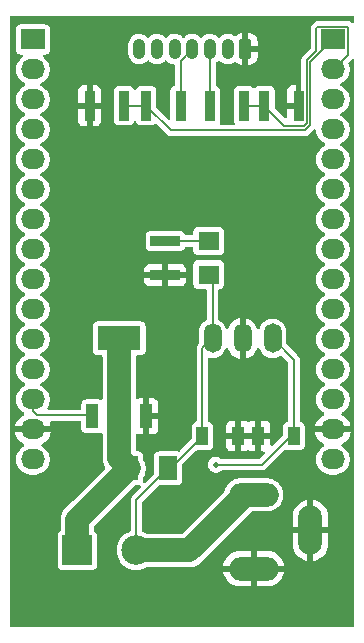
<source format=gbr>
%TF.GenerationSoftware,KiCad,Pcbnew,8.0.9-8.0.9-0~ubuntu24.04.1*%
%TF.CreationDate,2025-09-28T08:38:58-05:00*%
%TF.ProjectId,esp32_doorbot,65737033-325f-4646-9f6f-72626f742e6b,rev?*%
%TF.SameCoordinates,Original*%
%TF.FileFunction,Copper,L1,Top*%
%TF.FilePolarity,Positive*%
%FSLAX46Y46*%
G04 Gerber Fmt 4.6, Leading zero omitted, Abs format (unit mm)*
G04 Created by KiCad (PCBNEW 8.0.9-8.0.9-0~ubuntu24.04.1) date 2025-09-28 08:38:58*
%MOMM*%
%LPD*%
G01*
G04 APERTURE LIST*
G04 Aperture macros list*
%AMRoundRect*
0 Rectangle with rounded corners*
0 $1 Rounding radius*
0 $2 $3 $4 $5 $6 $7 $8 $9 X,Y pos of 4 corners*
0 Add a 4 corners polygon primitive as box body*
4,1,4,$2,$3,$4,$5,$6,$7,$8,$9,$2,$3,0*
0 Add four circle primitives for the rounded corners*
1,1,$1+$1,$2,$3*
1,1,$1+$1,$4,$5*
1,1,$1+$1,$6,$7*
1,1,$1+$1,$8,$9*
0 Add four rect primitives between the rounded corners*
20,1,$1+$1,$2,$3,$4,$5,0*
20,1,$1+$1,$4,$5,$6,$7,0*
20,1,$1+$1,$6,$7,$8,$9,0*
20,1,$1+$1,$8,$9,$2,$3,0*%
G04 Aperture macros list end*
%TA.AperFunction,SMDPad,CuDef*%
%ADD10R,1.000000X1.600000*%
%TD*%
%TA.AperFunction,ComponentPad*%
%ADD11RoundRect,0.250000X0.265000X0.615000X-0.265000X0.615000X-0.265000X-0.615000X0.265000X-0.615000X0*%
%TD*%
%TA.AperFunction,ComponentPad*%
%ADD12O,1.030000X1.730000*%
%TD*%
%TA.AperFunction,ComponentPad*%
%ADD13R,2.500000X2.500000*%
%TD*%
%TA.AperFunction,ComponentPad*%
%ADD14C,2.500000*%
%TD*%
%TA.AperFunction,ComponentPad*%
%ADD15O,4.200000X2.000000*%
%TD*%
%TA.AperFunction,ComponentPad*%
%ADD16O,2.000000X4.200000*%
%TD*%
%TA.AperFunction,ComponentPad*%
%ADD17R,2.032000X1.727200*%
%TD*%
%TA.AperFunction,ComponentPad*%
%ADD18O,2.032000X1.727200*%
%TD*%
%TA.AperFunction,SMDPad,CuDef*%
%ADD19R,2.500000X0.900000*%
%TD*%
%TA.AperFunction,SMDPad,CuDef*%
%ADD20R,1.800860X1.597660*%
%TD*%
%TA.AperFunction,SMDPad,CuDef*%
%ADD21R,1.524000X2.032000*%
%TD*%
%TA.AperFunction,SMDPad,CuDef*%
%ADD22R,0.900000X2.500000*%
%TD*%
%TA.AperFunction,SMDPad,CuDef*%
%ADD23R,1.016000X2.032000*%
%TD*%
%TA.AperFunction,SMDPad,CuDef*%
%ADD24R,3.657600X2.032000*%
%TD*%
%TA.AperFunction,ComponentPad*%
%ADD25O,1.501140X2.499360*%
%TD*%
%TA.AperFunction,ViaPad*%
%ADD26C,0.508000*%
%TD*%
%TA.AperFunction,Conductor*%
%ADD27C,2.000000*%
%TD*%
%TA.AperFunction,Conductor*%
%ADD28C,0.152400*%
%TD*%
G04 APERTURE END LIST*
D10*
%TO.P,C1,1*%
%TO.N,5V*%
X122100000Y-133575000D03*
%TO.P,C1,2*%
%TO.N,GND*%
X119100000Y-133575000D03*
%TD*%
D11*
%TO.P,J1,1,Pin_1*%
%TO.N,GND*%
X118000000Y-100800000D03*
D12*
%TO.P,J1,2,Pin_2*%
%TO.N,12V*%
X116500000Y-100800000D03*
%TO.P,J1,3,Pin_3*%
%TO.N,WIEGAND_IN1*%
X115000000Y-100800000D03*
%TO.P,J1,4,Pin_4*%
%TO.N,WIEGAND_IN2*%
X113500000Y-100800000D03*
%TO.P,J1,5,Pin_5*%
%TO.N,READER_BUZZ*%
X112000000Y-100800000D03*
%TO.P,J1,6,Pin_6*%
%TO.N,READER_LED*%
X110500000Y-100800000D03*
%TO.P,J1,7,Pin_7*%
%TO.N,24_32_SWITCH*%
X109000000Y-100800000D03*
%TD*%
D13*
%TO.P,J2,1,Pin_1*%
%TO.N,LATCH_OUT*%
X103750000Y-143256000D03*
D14*
%TO.P,J2,2,Pin_2*%
%TO.N,12V*%
X108750000Y-143256000D03*
%TD*%
D15*
%TO.P,J3,1*%
%TO.N,12V*%
X118700000Y-138550000D03*
%TO.P,J3,2*%
%TO.N,GND*%
X118700000Y-144800000D03*
D16*
X123500000Y-141550000D03*
%TD*%
D17*
%TO.P,J4,1,Pin_1*%
%TO.N,unconnected-(J4-Pin_1-Pad1)*%
X100000000Y-100000000D03*
D18*
%TO.P,J4,2,Pin_2*%
%TO.N,unconnected-(J4-Pin_2-Pad2)*%
X100000000Y-102540000D03*
%TO.P,J4,3,Pin_3*%
%TO.N,unconnected-(J4-Pin_3-Pad3)*%
X100000000Y-105080000D03*
%TO.P,J4,4,Pin_4*%
%TO.N,24_32_SWITCH*%
X100000000Y-107620000D03*
%TO.P,J4,5,Pin_5*%
%TO.N,READER_LED*%
X100000000Y-110160000D03*
%TO.P,J4,6,Pin_6*%
%TO.N,READER_BUZZ*%
X100000000Y-112700000D03*
%TO.P,J4,7,Pin_7*%
%TO.N,unconnected-(J4-Pin_7-Pad7)*%
X100000000Y-115240000D03*
%TO.P,J4,8,Pin_8*%
%TO.N,unconnected-(J4-Pin_8-Pad8)*%
X100000000Y-117780000D03*
%TO.P,J4,9,Pin_9*%
%TO.N,unconnected-(J4-Pin_9-Pad9)*%
X100000000Y-120320000D03*
%TO.P,J4,10,Pin_10*%
%TO.N,unconnected-(J4-Pin_10-Pad10)*%
X100000000Y-122860000D03*
%TO.P,J4,11,Pin_11*%
%TO.N,unconnected-(J4-Pin_11-Pad11)*%
X100000000Y-125400000D03*
%TO.P,J4,12,Pin_12*%
%TO.N,unconnected-(J4-Pin_12-Pad12)*%
X100000000Y-127940000D03*
%TO.P,J4,13,Pin_13*%
%TO.N,DOOR*%
X100000000Y-130480000D03*
%TO.P,J4,14,Pin_14*%
%TO.N,GND*%
X100000000Y-133020000D03*
%TO.P,J4,15,Pin_15*%
%TO.N,5V*%
X100000000Y-135560000D03*
%TD*%
D17*
%TO.P,J5,1,Pin_1*%
%TO.N,WIEGAND_OUT2*%
X125400000Y-100000000D03*
D18*
%TO.P,J5,2,Pin_2*%
%TO.N,WIEGAND_OUT1*%
X125400000Y-102540000D03*
%TO.P,J5,3,Pin_3*%
%TO.N,unconnected-(J5-Pin_3-Pad3)*%
X125400000Y-105080000D03*
%TO.P,J5,4,Pin_4*%
%TO.N,unconnected-(J5-Pin_4-Pad4)*%
X125400000Y-107620000D03*
%TO.P,J5,5,Pin_5*%
%TO.N,unconnected-(J5-Pin_5-Pad5)*%
X125400000Y-110160000D03*
%TO.P,J5,6,Pin_6*%
%TO.N,unconnected-(J5-Pin_6-Pad6)*%
X125400000Y-112700000D03*
%TO.P,J5,7,Pin_7*%
%TO.N,unconnected-(J5-Pin_7-Pad7)*%
X125400000Y-115240000D03*
%TO.P,J5,8,Pin_8*%
%TO.N,unconnected-(J5-Pin_8-Pad8)*%
X125400000Y-117780000D03*
%TO.P,J5,9,Pin_9*%
%TO.N,unconnected-(J5-Pin_9-Pad9)*%
X125400000Y-120320000D03*
%TO.P,J5,10,Pin_10*%
%TO.N,unconnected-(J5-Pin_10-Pad10)*%
X125400000Y-122860000D03*
%TO.P,J5,11,Pin_11*%
%TO.N,unconnected-(J5-Pin_11-Pad11)*%
X125400000Y-125400000D03*
%TO.P,J5,12,Pin_12*%
%TO.N,unconnected-(J5-Pin_12-Pad12)*%
X125400000Y-127940000D03*
%TO.P,J5,13,Pin_13*%
%TO.N,unconnected-(J5-Pin_13-Pad13)*%
X125400000Y-130480000D03*
%TO.P,J5,14,Pin_14*%
%TO.N,GND*%
X125400000Y-133020000D03*
%TO.P,J5,15,Pin_15*%
%TO.N,unconnected-(J5-Pin_15-Pad15)*%
X125400000Y-135560000D03*
%TD*%
D19*
%TO.P,R1,1*%
%TO.N,Net-(D1-K)*%
X111200000Y-117050000D03*
%TO.P,R1,2*%
%TO.N,GND*%
X111200000Y-119950000D03*
%TD*%
D20*
%TO.P,D1,1,K*%
%TO.N,Net-(D1-K)*%
X114900000Y-117060280D03*
%TO.P,D1,2,A*%
%TO.N,12V*%
X114900000Y-119900000D03*
%TD*%
D21*
%TO.P,D3,1,K*%
%TO.N,12V*%
X111451000Y-136300000D03*
%TO.P,D3,2,A*%
%TO.N,LATCH_OUT*%
X108149000Y-136300000D03*
%TD*%
D22*
%TO.P,R4,1*%
%TO.N,WIEGAND_IN2*%
X112500000Y-105600000D03*
%TO.P,R4,2*%
%TO.N,WIEGAND_OUT2*%
X109600000Y-105600000D03*
%TD*%
%TO.P,R5,1*%
%TO.N,WIEGAND_OUT2*%
X107700000Y-105600000D03*
%TO.P,R5,2*%
%TO.N,GND*%
X104800000Y-105600000D03*
%TD*%
%TO.P,R6,1*%
%TO.N,WIEGAND_IN1*%
X115000000Y-105600000D03*
%TO.P,R6,2*%
%TO.N,WIEGAND_OUT1*%
X117900000Y-105600000D03*
%TD*%
%TO.P,R7,1*%
%TO.N,WIEGAND_OUT1*%
X119600000Y-105600000D03*
%TO.P,R7,2*%
%TO.N,GND*%
X122500000Y-105600000D03*
%TD*%
D23*
%TO.P,Q1,1,G*%
%TO.N,DOOR*%
X105020001Y-131899001D03*
%TO.P,Q1,2,D*%
%TO.N,LATCH_OUT*%
X107306001Y-131899001D03*
%TO.P,Q1,3,S*%
%TO.N,GND*%
X109592001Y-131899001D03*
D24*
%TO.P,Q1,4*%
%TO.N,N/C*%
X107306001Y-125295001D03*
%TD*%
D10*
%TO.P,C2,1*%
%TO.N,12V*%
X114350000Y-133575000D03*
%TO.P,C2,2*%
%TO.N,GND*%
X117350000Y-133575000D03*
%TD*%
D25*
%TO.P,U1,1,IN*%
%TO.N,12V*%
X115210000Y-125300000D03*
%TO.P,U1,2,GND*%
%TO.N,GND*%
X117750000Y-125300000D03*
%TO.P,U1,3,OUT*%
%TO.N,5V*%
X120290000Y-125300000D03*
%TD*%
D26*
%TO.N,5V*%
X115500000Y-136000000D03*
%TD*%
D27*
%TO.N,12V*%
X118700000Y-138550000D02*
X117955000Y-138550000D01*
D28*
X108750000Y-139001000D02*
X111451000Y-136300000D01*
D27*
X117955000Y-138550000D02*
X113249000Y-143256000D01*
D28*
X115210000Y-120210000D02*
X114900000Y-119900000D01*
X111451000Y-136300000D02*
X111652000Y-136300000D01*
X111652000Y-136300000D02*
X114324000Y-133628000D01*
X108750000Y-143256000D02*
X108750000Y-139001000D01*
D27*
X113249000Y-143256000D02*
X108750000Y-143256000D01*
D28*
X115210000Y-125300000D02*
X115210000Y-120210000D01*
X114350000Y-126160000D02*
X115210000Y-125300000D01*
X114350000Y-133575000D02*
X114350000Y-126160000D01*
%TO.N,5V*%
X119379600Y-136000000D02*
X115500000Y-136000000D01*
X122404000Y-133628000D02*
X121751600Y-133628000D01*
X122100000Y-133575000D02*
X122100000Y-127110000D01*
X121751600Y-133628000D02*
X119379600Y-136000000D01*
X122100000Y-127110000D02*
X120290000Y-125300000D01*
D27*
%TO.N,LATCH_OUT*%
X103750000Y-143256000D02*
X103750000Y-140699000D01*
X107306001Y-135457001D02*
X107306001Y-131899001D01*
X103750000Y-140699000D02*
X108149000Y-136300000D01*
X108149000Y-136300000D02*
X107306001Y-135457001D01*
X107306001Y-131899001D02*
X107306001Y-125295001D01*
D28*
%TO.N,DOOR*%
X104902000Y-131318000D02*
X104902000Y-131826000D01*
X100330000Y-131826000D02*
X100000000Y-131496000D01*
X100000000Y-131496000D02*
X100000000Y-130480000D01*
X104902000Y-131826000D02*
X100330000Y-131826000D01*
%TO.N,WIEGAND_IN2*%
X112500000Y-105600000D02*
X112500000Y-101800000D01*
X112500000Y-101800000D02*
X113500000Y-100800000D01*
%TO.N,WIEGAND_IN1*%
X115000000Y-105600000D02*
X115000000Y-100800000D01*
%TO.N,Net-(D1-K)*%
X114900000Y-117060280D02*
X111210280Y-117060280D01*
X111210280Y-117060280D02*
X111200000Y-117050000D01*
%TO.N,WIEGAND_OUT2*%
X123500000Y-107200000D02*
X123000000Y-107700000D01*
X108997600Y-105600000D02*
X108650000Y-105600000D01*
X108650000Y-105600000D02*
X108600000Y-105600000D01*
X125400000Y-100000000D02*
X123500000Y-101900000D01*
X123500000Y-101900000D02*
X123500000Y-107200000D01*
X123000000Y-107700000D02*
X111700000Y-107700000D01*
X109600000Y-105600000D02*
X108997600Y-105600000D01*
X111700000Y-107700000D02*
X109600000Y-105600000D01*
X108600000Y-105600000D02*
X107700000Y-105600000D01*
%TO.N,WIEGAND_OUT1*%
X125400000Y-102540000D02*
X124460000Y-102540000D01*
X122957200Y-107300000D02*
X121300000Y-107300000D01*
X124000000Y-100968948D02*
X123195200Y-101773748D01*
X121300000Y-107300000D02*
X119600000Y-105600000D01*
X118700000Y-105600000D02*
X118850000Y-105600000D01*
X124000000Y-99063200D02*
X124000000Y-100968948D01*
X125400000Y-102540000D02*
X126644600Y-101295400D01*
X118850000Y-105600000D02*
X119600000Y-105600000D01*
X123195200Y-101773748D02*
X123195200Y-107062000D01*
X124155400Y-98907800D02*
X124000000Y-99063200D01*
X117900000Y-105600000D02*
X118700000Y-105600000D01*
X126644600Y-101295400D02*
X126644600Y-98907800D01*
X123195200Y-107062000D02*
X122957200Y-107300000D01*
X126644600Y-98907800D02*
X124155400Y-98907800D01*
%TD*%
%TA.AperFunction,Conductor*%
%TO.N,GND*%
G36*
X127166621Y-98045502D02*
G01*
X127213114Y-98099158D01*
X127224500Y-98151500D01*
X127224500Y-98498040D01*
X127204498Y-98566161D01*
X127150842Y-98612654D01*
X127080568Y-98622758D01*
X127015988Y-98593264D01*
X127009405Y-98587135D01*
X126942219Y-98519949D01*
X126942209Y-98519941D01*
X126831688Y-98456132D01*
X126790595Y-98445121D01*
X126708412Y-98423100D01*
X124091588Y-98423100D01*
X124091584Y-98423100D01*
X123968314Y-98456131D01*
X123968311Y-98456132D01*
X123870845Y-98512403D01*
X123857791Y-98519941D01*
X123857789Y-98519942D01*
X123857783Y-98519946D01*
X123612141Y-98765589D01*
X123591240Y-98801794D01*
X123591238Y-98801797D01*
X123548333Y-98876108D01*
X123515300Y-98999389D01*
X123515300Y-100715988D01*
X123495298Y-100784109D01*
X123478395Y-100805083D01*
X122807342Y-101476135D01*
X122807341Y-101476137D01*
X122792187Y-101502386D01*
X122792186Y-101502388D01*
X122743532Y-101586659D01*
X122710500Y-101709932D01*
X122710500Y-105474000D01*
X122690498Y-105542121D01*
X122636842Y-105588614D01*
X122584500Y-105600000D01*
X122500000Y-105600000D01*
X122500000Y-105728000D01*
X122479998Y-105796121D01*
X122426342Y-105842614D01*
X122374000Y-105854000D01*
X121542000Y-105854000D01*
X121542000Y-106552340D01*
X121521998Y-106620461D01*
X121468342Y-106666954D01*
X121398068Y-106677058D01*
X121333488Y-106647564D01*
X121326905Y-106641435D01*
X120495404Y-105809934D01*
X120461378Y-105747622D01*
X120458499Y-105720839D01*
X120458499Y-104317853D01*
X120455896Y-104301414D01*
X120455894Y-104301402D01*
X121542000Y-104301402D01*
X121542000Y-105346000D01*
X122246000Y-105346000D01*
X122246000Y-103842000D01*
X122001402Y-103842000D01*
X121940906Y-103848505D01*
X121804035Y-103899555D01*
X121804034Y-103899555D01*
X121687095Y-103987095D01*
X121599555Y-104104034D01*
X121599555Y-104104035D01*
X121548505Y-104240906D01*
X121542000Y-104301402D01*
X120455894Y-104301402D01*
X120443349Y-104222193D01*
X120384603Y-104106897D01*
X120293103Y-104015397D01*
X120293102Y-104015396D01*
X120177808Y-103956651D01*
X120158675Y-103953620D01*
X120082149Y-103941500D01*
X120082145Y-103941500D01*
X119117853Y-103941500D01*
X119022194Y-103956650D01*
X118906897Y-104015396D01*
X118906895Y-104015398D01*
X118839095Y-104083199D01*
X118776783Y-104117225D01*
X118705968Y-104112160D01*
X118660905Y-104083199D01*
X118593102Y-104015396D01*
X118477808Y-103956651D01*
X118458675Y-103953620D01*
X118382149Y-103941500D01*
X118382145Y-103941500D01*
X117417853Y-103941500D01*
X117322194Y-103956650D01*
X117206897Y-104015396D01*
X117115396Y-104106897D01*
X117056651Y-104222191D01*
X117056651Y-104222193D01*
X117044104Y-104301414D01*
X117041500Y-104317854D01*
X117041500Y-106882146D01*
X117056650Y-106977807D01*
X117084313Y-107032098D01*
X117097417Y-107101874D01*
X117070717Y-107167659D01*
X117012689Y-107208565D01*
X116972046Y-107215300D01*
X115927954Y-107215300D01*
X115859833Y-107195298D01*
X115813340Y-107141642D01*
X115803236Y-107071368D01*
X115815687Y-107032098D01*
X115843347Y-106977810D01*
X115843349Y-106977807D01*
X115858500Y-106882149D01*
X115858499Y-104317852D01*
X115843349Y-104222193D01*
X115784603Y-104106897D01*
X115693103Y-104015397D01*
X115693102Y-104015396D01*
X115577805Y-103956650D01*
X115571763Y-103954687D01*
X115513157Y-103914612D01*
X115485521Y-103849216D01*
X115484700Y-103834854D01*
X115484700Y-102004165D01*
X115504702Y-101936044D01*
X115540699Y-101899400D01*
X115565839Y-101882602D01*
X115588697Y-101867329D01*
X115660906Y-101795119D01*
X115723216Y-101761096D01*
X115794032Y-101766160D01*
X115839095Y-101795121D01*
X115911303Y-101867329D01*
X116062559Y-101968395D01*
X116230625Y-102038010D01*
X116409043Y-102073500D01*
X116590957Y-102073500D01*
X116769375Y-102038010D01*
X116937441Y-101968395D01*
X117018700Y-101914099D01*
X117086450Y-101892885D01*
X117154917Y-101911668D01*
X117177795Y-101929770D01*
X117261654Y-102013629D01*
X117261660Y-102013634D01*
X117412474Y-102106657D01*
X117580678Y-102162393D01*
X117580681Y-102162394D01*
X117684483Y-102172999D01*
X117684483Y-102173000D01*
X117746000Y-102173000D01*
X117746000Y-101062189D01*
X117775884Y-101092073D01*
X117859115Y-101140126D01*
X117951947Y-101165000D01*
X118048053Y-101165000D01*
X118140885Y-101140126D01*
X118224116Y-101092073D01*
X118254000Y-101062189D01*
X118254000Y-102173000D01*
X118315517Y-102173000D01*
X118315516Y-102172999D01*
X118419318Y-102162394D01*
X118419321Y-102162393D01*
X118587525Y-102106657D01*
X118738339Y-102013634D01*
X118738345Y-102013629D01*
X118863629Y-101888345D01*
X118863634Y-101888339D01*
X118956657Y-101737525D01*
X119012393Y-101569321D01*
X119012394Y-101569318D01*
X119022999Y-101465516D01*
X119023000Y-101465516D01*
X119023000Y-101054000D01*
X118262189Y-101054000D01*
X118292073Y-101024116D01*
X118340126Y-100940885D01*
X118365000Y-100848053D01*
X118365000Y-100751947D01*
X118340126Y-100659115D01*
X118292073Y-100575884D01*
X118262189Y-100546000D01*
X119023000Y-100546000D01*
X119023000Y-100134483D01*
X119012394Y-100030681D01*
X119012393Y-100030678D01*
X118956657Y-99862474D01*
X118863634Y-99711660D01*
X118863629Y-99711654D01*
X118738345Y-99586370D01*
X118738339Y-99586365D01*
X118587525Y-99493342D01*
X118419321Y-99437606D01*
X118419318Y-99437605D01*
X118315516Y-99427000D01*
X118254000Y-99427000D01*
X118254000Y-100537811D01*
X118224116Y-100507927D01*
X118140885Y-100459874D01*
X118048053Y-100435000D01*
X117951947Y-100435000D01*
X117859115Y-100459874D01*
X117775884Y-100507927D01*
X117746000Y-100537811D01*
X117746000Y-99427000D01*
X117684483Y-99427000D01*
X117580681Y-99437605D01*
X117580678Y-99437606D01*
X117412474Y-99493342D01*
X117261660Y-99586365D01*
X117177795Y-99670230D01*
X117115483Y-99704255D01*
X117044667Y-99699189D01*
X117018698Y-99685899D01*
X116937441Y-99631605D01*
X116769378Y-99561991D01*
X116769375Y-99561990D01*
X116590960Y-99526500D01*
X116590957Y-99526500D01*
X116409043Y-99526500D01*
X116409039Y-99526500D01*
X116230624Y-99561990D01*
X116230621Y-99561991D01*
X116062558Y-99631605D01*
X115911307Y-99732668D01*
X115911305Y-99732669D01*
X115839095Y-99804879D01*
X115776782Y-99838904D01*
X115705967Y-99833838D01*
X115660905Y-99804879D01*
X115588697Y-99732671D01*
X115437441Y-99631605D01*
X115328222Y-99586365D01*
X115269378Y-99561991D01*
X115269375Y-99561990D01*
X115090960Y-99526500D01*
X115090957Y-99526500D01*
X114909043Y-99526500D01*
X114909039Y-99526500D01*
X114730624Y-99561990D01*
X114730621Y-99561991D01*
X114562558Y-99631605D01*
X114411307Y-99732668D01*
X114411305Y-99732669D01*
X114339095Y-99804879D01*
X114276782Y-99838904D01*
X114205967Y-99833838D01*
X114160905Y-99804879D01*
X114088697Y-99732671D01*
X113937441Y-99631605D01*
X113828222Y-99586365D01*
X113769378Y-99561991D01*
X113769375Y-99561990D01*
X113590960Y-99526500D01*
X113590957Y-99526500D01*
X113409043Y-99526500D01*
X113409039Y-99526500D01*
X113230624Y-99561990D01*
X113230621Y-99561991D01*
X113062558Y-99631605D01*
X112911307Y-99732668D01*
X112911305Y-99732669D01*
X112839095Y-99804879D01*
X112776782Y-99838904D01*
X112705967Y-99833838D01*
X112660905Y-99804879D01*
X112588697Y-99732671D01*
X112437441Y-99631605D01*
X112328222Y-99586365D01*
X112269378Y-99561991D01*
X112269375Y-99561990D01*
X112090960Y-99526500D01*
X112090957Y-99526500D01*
X111909043Y-99526500D01*
X111909039Y-99526500D01*
X111730624Y-99561990D01*
X111730621Y-99561991D01*
X111562558Y-99631605D01*
X111411307Y-99732668D01*
X111411305Y-99732669D01*
X111339095Y-99804879D01*
X111276782Y-99838904D01*
X111205967Y-99833838D01*
X111160905Y-99804879D01*
X111088697Y-99732671D01*
X110937441Y-99631605D01*
X110828222Y-99586365D01*
X110769378Y-99561991D01*
X110769375Y-99561990D01*
X110590960Y-99526500D01*
X110590957Y-99526500D01*
X110409043Y-99526500D01*
X110409039Y-99526500D01*
X110230624Y-99561990D01*
X110230621Y-99561991D01*
X110062558Y-99631605D01*
X109911307Y-99732668D01*
X109911305Y-99732669D01*
X109839095Y-99804879D01*
X109776782Y-99838904D01*
X109705967Y-99833838D01*
X109660905Y-99804879D01*
X109588697Y-99732671D01*
X109437441Y-99631605D01*
X109328222Y-99586365D01*
X109269378Y-99561991D01*
X109269375Y-99561990D01*
X109090960Y-99526500D01*
X109090957Y-99526500D01*
X108909043Y-99526500D01*
X108909039Y-99526500D01*
X108730624Y-99561990D01*
X108730621Y-99561991D01*
X108562558Y-99631605D01*
X108411307Y-99732668D01*
X108411300Y-99732673D01*
X108282673Y-99861300D01*
X108282668Y-99861307D01*
X108181605Y-100012558D01*
X108111991Y-100180621D01*
X108111990Y-100180624D01*
X108076500Y-100359039D01*
X108076500Y-101240960D01*
X108111990Y-101419375D01*
X108111991Y-101419378D01*
X108146375Y-101502388D01*
X108181605Y-101587441D01*
X108282671Y-101738697D01*
X108411303Y-101867329D01*
X108562559Y-101968395D01*
X108730625Y-102038010D01*
X108909043Y-102073500D01*
X109090957Y-102073500D01*
X109269375Y-102038010D01*
X109437441Y-101968395D01*
X109588697Y-101867329D01*
X109660905Y-101795121D01*
X109723217Y-101761095D01*
X109794032Y-101766160D01*
X109839095Y-101795121D01*
X109911303Y-101867329D01*
X110062559Y-101968395D01*
X110230625Y-102038010D01*
X110409043Y-102073500D01*
X110590957Y-102073500D01*
X110769375Y-102038010D01*
X110937441Y-101968395D01*
X111088697Y-101867329D01*
X111160905Y-101795121D01*
X111223217Y-101761095D01*
X111294032Y-101766160D01*
X111339095Y-101795121D01*
X111411303Y-101867329D01*
X111562559Y-101968395D01*
X111730625Y-102038010D01*
X111909043Y-102073500D01*
X111909046Y-102073500D01*
X111913882Y-102074462D01*
X111976791Y-102107370D01*
X112011923Y-102169065D01*
X112015300Y-102198041D01*
X112015300Y-103834854D01*
X111995298Y-103902975D01*
X111941642Y-103949468D01*
X111928237Y-103954687D01*
X111922194Y-103956650D01*
X111806897Y-104015396D01*
X111715396Y-104106897D01*
X111656651Y-104222191D01*
X111656651Y-104222193D01*
X111644104Y-104301414D01*
X111641500Y-104317854D01*
X111641500Y-106651841D01*
X111621498Y-106719962D01*
X111567842Y-106766455D01*
X111497568Y-106776559D01*
X111432988Y-106747065D01*
X111426421Y-106740952D01*
X110495401Y-105809931D01*
X110461378Y-105747622D01*
X110458499Y-105720839D01*
X110458499Y-104317853D01*
X110455896Y-104301414D01*
X110443349Y-104222193D01*
X110384603Y-104106897D01*
X110293103Y-104015397D01*
X110293102Y-104015396D01*
X110177808Y-103956651D01*
X110158675Y-103953620D01*
X110082149Y-103941500D01*
X110082145Y-103941500D01*
X109117853Y-103941500D01*
X109022194Y-103956650D01*
X108906897Y-104015396D01*
X108815396Y-104106897D01*
X108762267Y-104211171D01*
X108713519Y-104262786D01*
X108644604Y-104279852D01*
X108577402Y-104256951D01*
X108537733Y-104211171D01*
X108484603Y-104106897D01*
X108393102Y-104015396D01*
X108277808Y-103956651D01*
X108258675Y-103953620D01*
X108182149Y-103941500D01*
X108182145Y-103941500D01*
X107217853Y-103941500D01*
X107122194Y-103956650D01*
X107006897Y-104015396D01*
X106915396Y-104106897D01*
X106856651Y-104222191D01*
X106856651Y-104222193D01*
X106844104Y-104301414D01*
X106841500Y-104317854D01*
X106841500Y-106882146D01*
X106856650Y-106977805D01*
X106915396Y-107093102D01*
X107006897Y-107184603D01*
X107067143Y-107215300D01*
X107122193Y-107243349D01*
X107217851Y-107258500D01*
X108182148Y-107258499D01*
X108277807Y-107243349D01*
X108393103Y-107184603D01*
X108484603Y-107093103D01*
X108537733Y-106988828D01*
X108586481Y-106937213D01*
X108655396Y-106920147D01*
X108722597Y-106943047D01*
X108762266Y-106988828D01*
X108815396Y-107093102D01*
X108815398Y-107093104D01*
X108906897Y-107184603D01*
X108967143Y-107215300D01*
X109022193Y-107243349D01*
X109117851Y-107258500D01*
X110082148Y-107258499D01*
X110177807Y-107243349D01*
X110293103Y-107184603D01*
X110307023Y-107170682D01*
X110369331Y-107136658D01*
X110440147Y-107141721D01*
X110485212Y-107170682D01*
X111312143Y-107997612D01*
X111312144Y-107997613D01*
X111402387Y-108087856D01*
X111402388Y-108087857D01*
X111402390Y-108087858D01*
X111437828Y-108108318D01*
X111512913Y-108151668D01*
X111636188Y-108184700D01*
X111636190Y-108184700D01*
X123063812Y-108184700D01*
X123187087Y-108151668D01*
X123297613Y-108087857D01*
X123467586Y-107917884D01*
X123760405Y-107625066D01*
X123822717Y-107591040D01*
X123893532Y-107596105D01*
X123950368Y-107638652D01*
X123975179Y-107705172D01*
X123975500Y-107714161D01*
X123975500Y-107720116D01*
X124006823Y-107917884D01*
X124006824Y-107917889D01*
X124068696Y-108108312D01*
X124068698Y-108108317D01*
X124159602Y-108286726D01*
X124277296Y-108448718D01*
X124277298Y-108448720D01*
X124277300Y-108448723D01*
X124418876Y-108590299D01*
X124418879Y-108590301D01*
X124418882Y-108590304D01*
X124580874Y-108707998D01*
X124717737Y-108777733D01*
X124769352Y-108826481D01*
X124786418Y-108895396D01*
X124763517Y-108962598D01*
X124717737Y-109002267D01*
X124580870Y-109072004D01*
X124418879Y-109189698D01*
X124418876Y-109189700D01*
X124277300Y-109331276D01*
X124277298Y-109331279D01*
X124159604Y-109493270D01*
X124068699Y-109671681D01*
X124068696Y-109671687D01*
X124006824Y-109862110D01*
X124006823Y-109862115D01*
X124006823Y-109862116D01*
X123975500Y-110059884D01*
X123975500Y-110260116D01*
X124006823Y-110457884D01*
X124006824Y-110457889D01*
X124068696Y-110648312D01*
X124068698Y-110648317D01*
X124159602Y-110826726D01*
X124277296Y-110988718D01*
X124277298Y-110988720D01*
X124277300Y-110988723D01*
X124418876Y-111130299D01*
X124418879Y-111130301D01*
X124418882Y-111130304D01*
X124580874Y-111247998D01*
X124717737Y-111317733D01*
X124769352Y-111366481D01*
X124786418Y-111435396D01*
X124763517Y-111502598D01*
X124717737Y-111542267D01*
X124580870Y-111612004D01*
X124418879Y-111729698D01*
X124418876Y-111729700D01*
X124277300Y-111871276D01*
X124277298Y-111871279D01*
X124159604Y-112033270D01*
X124068699Y-112211681D01*
X124068696Y-112211687D01*
X124006824Y-112402110D01*
X124006823Y-112402115D01*
X124006823Y-112402116D01*
X123975500Y-112599884D01*
X123975500Y-112800116D01*
X124006823Y-112997884D01*
X124006824Y-112997889D01*
X124068696Y-113188312D01*
X124068698Y-113188317D01*
X124159602Y-113366726D01*
X124277296Y-113528718D01*
X124277298Y-113528720D01*
X124277300Y-113528723D01*
X124418876Y-113670299D01*
X124418879Y-113670301D01*
X124418882Y-113670304D01*
X124580874Y-113787998D01*
X124717737Y-113857733D01*
X124769352Y-113906481D01*
X124786418Y-113975396D01*
X124763517Y-114042598D01*
X124717737Y-114082267D01*
X124580870Y-114152004D01*
X124418879Y-114269698D01*
X124418876Y-114269700D01*
X124277300Y-114411276D01*
X124277298Y-114411279D01*
X124159604Y-114573270D01*
X124068699Y-114751681D01*
X124068696Y-114751687D01*
X124006824Y-114942110D01*
X124006823Y-114942115D01*
X124006823Y-114942116D01*
X123975500Y-115139884D01*
X123975500Y-115340116D01*
X124006823Y-115537884D01*
X124006824Y-115537889D01*
X124068696Y-115728312D01*
X124068698Y-115728317D01*
X124159602Y-115906726D01*
X124277296Y-116068718D01*
X124277298Y-116068720D01*
X124277300Y-116068723D01*
X124418876Y-116210299D01*
X124418879Y-116210301D01*
X124418882Y-116210304D01*
X124580874Y-116327998D01*
X124717737Y-116397733D01*
X124769352Y-116446481D01*
X124786418Y-116515396D01*
X124763517Y-116582598D01*
X124717737Y-116622267D01*
X124580870Y-116692004D01*
X124418879Y-116809698D01*
X124418876Y-116809700D01*
X124277300Y-116951276D01*
X124277298Y-116951279D01*
X124159604Y-117113270D01*
X124068699Y-117291681D01*
X124068696Y-117291687D01*
X124006824Y-117482110D01*
X124006823Y-117482115D01*
X124006823Y-117482116D01*
X123975500Y-117679884D01*
X123975500Y-117880116D01*
X123992416Y-117986918D01*
X124006824Y-118077889D01*
X124063545Y-118252458D01*
X124068698Y-118268317D01*
X124159602Y-118446726D01*
X124277296Y-118608718D01*
X124277298Y-118608720D01*
X124277300Y-118608723D01*
X124418876Y-118750299D01*
X124418879Y-118750301D01*
X124418882Y-118750304D01*
X124580874Y-118867998D01*
X124717737Y-118937733D01*
X124769352Y-118986481D01*
X124786418Y-119055396D01*
X124763517Y-119122598D01*
X124717737Y-119162267D01*
X124580870Y-119232004D01*
X124418879Y-119349698D01*
X124418876Y-119349700D01*
X124277300Y-119491276D01*
X124277298Y-119491279D01*
X124159604Y-119653270D01*
X124068699Y-119831681D01*
X124068696Y-119831687D01*
X124006824Y-120022110D01*
X124006823Y-120022115D01*
X124006823Y-120022116D01*
X123975500Y-120219884D01*
X123975500Y-120420116D01*
X124006823Y-120617884D01*
X124006824Y-120617889D01*
X124068696Y-120808312D01*
X124068698Y-120808317D01*
X124159602Y-120986726D01*
X124277296Y-121148718D01*
X124277298Y-121148720D01*
X124277300Y-121148723D01*
X124418876Y-121290299D01*
X124418879Y-121290301D01*
X124418882Y-121290304D01*
X124580874Y-121407998D01*
X124717737Y-121477733D01*
X124769352Y-121526481D01*
X124786418Y-121595396D01*
X124763517Y-121662598D01*
X124717737Y-121702267D01*
X124580870Y-121772004D01*
X124418879Y-121889698D01*
X124418876Y-121889700D01*
X124277300Y-122031276D01*
X124277298Y-122031279D01*
X124159604Y-122193270D01*
X124068699Y-122371681D01*
X124068696Y-122371687D01*
X124006824Y-122562110D01*
X124006823Y-122562115D01*
X124006823Y-122562116D01*
X123975500Y-122759884D01*
X123975500Y-122960116D01*
X124006823Y-123157884D01*
X124006824Y-123157889D01*
X124068696Y-123348312D01*
X124068698Y-123348317D01*
X124159602Y-123526726D01*
X124277296Y-123688718D01*
X124277298Y-123688720D01*
X124277300Y-123688723D01*
X124418876Y-123830299D01*
X124418879Y-123830301D01*
X124418882Y-123830304D01*
X124580874Y-123947998D01*
X124717737Y-124017733D01*
X124769352Y-124066481D01*
X124786418Y-124135396D01*
X124763517Y-124202598D01*
X124717737Y-124242266D01*
X124599729Y-124302394D01*
X124580870Y-124312004D01*
X124418879Y-124429698D01*
X124418876Y-124429700D01*
X124277300Y-124571276D01*
X124277298Y-124571279D01*
X124159604Y-124733270D01*
X124068699Y-124911681D01*
X124068696Y-124911687D01*
X124006824Y-125102110D01*
X124006823Y-125102115D01*
X124006823Y-125102116D01*
X123975500Y-125299884D01*
X123975500Y-125500116D01*
X123992467Y-125607241D01*
X124006824Y-125697889D01*
X124068696Y-125888312D01*
X124068698Y-125888317D01*
X124159602Y-126066726D01*
X124277296Y-126228718D01*
X124277298Y-126228720D01*
X124277300Y-126228723D01*
X124418876Y-126370299D01*
X124418879Y-126370301D01*
X124418882Y-126370304D01*
X124580874Y-126487998D01*
X124710789Y-126554193D01*
X124717737Y-126557733D01*
X124769352Y-126606481D01*
X124786418Y-126675396D01*
X124763517Y-126742598D01*
X124717737Y-126782267D01*
X124580870Y-126852004D01*
X124418879Y-126969698D01*
X124418876Y-126969700D01*
X124277300Y-127111276D01*
X124277298Y-127111279D01*
X124159604Y-127273270D01*
X124068699Y-127451681D01*
X124068696Y-127451687D01*
X124006824Y-127642110D01*
X124006823Y-127642115D01*
X124006823Y-127642116D01*
X123975500Y-127839884D01*
X123975500Y-128040116D01*
X124006823Y-128237884D01*
X124006824Y-128237889D01*
X124068696Y-128428312D01*
X124068698Y-128428317D01*
X124159602Y-128606726D01*
X124277296Y-128768718D01*
X124277298Y-128768720D01*
X124277300Y-128768723D01*
X124418876Y-128910299D01*
X124418879Y-128910301D01*
X124418882Y-128910304D01*
X124580874Y-129027998D01*
X124717737Y-129097733D01*
X124769352Y-129146481D01*
X124786418Y-129215396D01*
X124763517Y-129282598D01*
X124717737Y-129322267D01*
X124580870Y-129392004D01*
X124418879Y-129509698D01*
X124418876Y-129509700D01*
X124277300Y-129651276D01*
X124277298Y-129651279D01*
X124159604Y-129813270D01*
X124068699Y-129991681D01*
X124068696Y-129991687D01*
X124006824Y-130182110D01*
X124006823Y-130182115D01*
X124006823Y-130182116D01*
X123975500Y-130379884D01*
X123975500Y-130580116D01*
X124006193Y-130773907D01*
X124006824Y-130777889D01*
X124068696Y-130968312D01*
X124068698Y-130968317D01*
X124068699Y-130968318D01*
X124159604Y-131146729D01*
X124161593Y-131149466D01*
X124277296Y-131308718D01*
X124277298Y-131308720D01*
X124277300Y-131308723D01*
X124418876Y-131450299D01*
X124418879Y-131450301D01*
X124418882Y-131450304D01*
X124580874Y-131567998D01*
X124608153Y-131581897D01*
X124659768Y-131630644D01*
X124676835Y-131699559D01*
X124653935Y-131766761D01*
X124608155Y-131806430D01*
X124528724Y-131846903D01*
X124354060Y-131973804D01*
X124354057Y-131973806D01*
X124201406Y-132126457D01*
X124201404Y-132126460D01*
X124074505Y-132301121D01*
X123976490Y-132493486D01*
X123976487Y-132493492D01*
X123909775Y-132698809D01*
X123899133Y-132766000D01*
X124960058Y-132766000D01*
X124926619Y-132823919D01*
X124892000Y-132953120D01*
X124892000Y-133086880D01*
X124926619Y-133216081D01*
X124960058Y-133274000D01*
X123899133Y-133274000D01*
X123909775Y-133341190D01*
X123976487Y-133546507D01*
X123976490Y-133546513D01*
X124074505Y-133738878D01*
X124201404Y-133913539D01*
X124201406Y-133913542D01*
X124354057Y-134066193D01*
X124354060Y-134066195D01*
X124528721Y-134193094D01*
X124608154Y-134233568D01*
X124659769Y-134282317D01*
X124676835Y-134351232D01*
X124653934Y-134418433D01*
X124608156Y-134458101D01*
X124580871Y-134472003D01*
X124418879Y-134589698D01*
X124418876Y-134589700D01*
X124277300Y-134731276D01*
X124277298Y-134731279D01*
X124159604Y-134893270D01*
X124068699Y-135071681D01*
X124068696Y-135071687D01*
X124006824Y-135262110D01*
X124006823Y-135262115D01*
X124006823Y-135262116D01*
X123975500Y-135459884D01*
X123975500Y-135660116D01*
X124004037Y-135840291D01*
X124006824Y-135857889D01*
X124068696Y-136048312D01*
X124068698Y-136048317D01*
X124159602Y-136226726D01*
X124277296Y-136388718D01*
X124277298Y-136388720D01*
X124277300Y-136388723D01*
X124418876Y-136530299D01*
X124418879Y-136530301D01*
X124418882Y-136530304D01*
X124580874Y-136647998D01*
X124759283Y-136738902D01*
X124949710Y-136800775D01*
X124949711Y-136800775D01*
X124949716Y-136800777D01*
X125147484Y-136832100D01*
X125147487Y-136832100D01*
X125652513Y-136832100D01*
X125652516Y-136832100D01*
X125850284Y-136800777D01*
X126040717Y-136738902D01*
X126219126Y-136647998D01*
X126381118Y-136530304D01*
X126522704Y-136388718D01*
X126640398Y-136226726D01*
X126731302Y-136048317D01*
X126793177Y-135857884D01*
X126824500Y-135660116D01*
X126824500Y-135459884D01*
X126793177Y-135262116D01*
X126731302Y-135071683D01*
X126640398Y-134893274D01*
X126522704Y-134731282D01*
X126522701Y-134731279D01*
X126522699Y-134731276D01*
X126381123Y-134589700D01*
X126381120Y-134589698D01*
X126381118Y-134589696D01*
X126219126Y-134472002D01*
X126191844Y-134458101D01*
X126140230Y-134409353D01*
X126123164Y-134340438D01*
X126146065Y-134273237D01*
X126191845Y-134233568D01*
X126271278Y-134193094D01*
X126445939Y-134066195D01*
X126445942Y-134066193D01*
X126598593Y-133913542D01*
X126598595Y-133913539D01*
X126725494Y-133738878D01*
X126823509Y-133546513D01*
X126823512Y-133546507D01*
X126890224Y-133341190D01*
X126900867Y-133274000D01*
X125839942Y-133274000D01*
X125873381Y-133216081D01*
X125908000Y-133086880D01*
X125908000Y-132953120D01*
X125873381Y-132823919D01*
X125839942Y-132766000D01*
X126900866Y-132766000D01*
X126890224Y-132698809D01*
X126823512Y-132493492D01*
X126823509Y-132493486D01*
X126725494Y-132301121D01*
X126598595Y-132126460D01*
X126598593Y-132126457D01*
X126445942Y-131973806D01*
X126445939Y-131973804D01*
X126271275Y-131846903D01*
X126191844Y-131806430D01*
X126140229Y-131757682D01*
X126123164Y-131688767D01*
X126146065Y-131621565D01*
X126191845Y-131581898D01*
X126219126Y-131567998D01*
X126381118Y-131450304D01*
X126522704Y-131308718D01*
X126640398Y-131146726D01*
X126731302Y-130968317D01*
X126793177Y-130777884D01*
X126824500Y-130580116D01*
X126824500Y-130379884D01*
X126793177Y-130182116D01*
X126731302Y-129991683D01*
X126640398Y-129813274D01*
X126522704Y-129651282D01*
X126522701Y-129651279D01*
X126522699Y-129651276D01*
X126381123Y-129509700D01*
X126381120Y-129509698D01*
X126381118Y-129509696D01*
X126219126Y-129392002D01*
X126082260Y-129322265D01*
X126030647Y-129273519D01*
X126013581Y-129204604D01*
X126036482Y-129137402D01*
X126082259Y-129097734D01*
X126219126Y-129027998D01*
X126381118Y-128910304D01*
X126522704Y-128768718D01*
X126640398Y-128606726D01*
X126731302Y-128428317D01*
X126793177Y-128237884D01*
X126824500Y-128040116D01*
X126824500Y-127839884D01*
X126793177Y-127642116D01*
X126731302Y-127451683D01*
X126640398Y-127273274D01*
X126522704Y-127111282D01*
X126522701Y-127111279D01*
X126522699Y-127111276D01*
X126381123Y-126969700D01*
X126381120Y-126969698D01*
X126381118Y-126969696D01*
X126219126Y-126852002D01*
X126082260Y-126782265D01*
X126030647Y-126733519D01*
X126013581Y-126664604D01*
X126036482Y-126597402D01*
X126082259Y-126557734D01*
X126219126Y-126487998D01*
X126381118Y-126370304D01*
X126522704Y-126228718D01*
X126640398Y-126066726D01*
X126731302Y-125888317D01*
X126793177Y-125697884D01*
X126824500Y-125500116D01*
X126824500Y-125299884D01*
X126793177Y-125102116D01*
X126731302Y-124911683D01*
X126640398Y-124733274D01*
X126522704Y-124571282D01*
X126522701Y-124571279D01*
X126522699Y-124571276D01*
X126381123Y-124429700D01*
X126381120Y-124429698D01*
X126381118Y-124429696D01*
X126259178Y-124341102D01*
X126219129Y-124312004D01*
X126219128Y-124312003D01*
X126219126Y-124312002D01*
X126082260Y-124242265D01*
X126030647Y-124193519D01*
X126013581Y-124124604D01*
X126036482Y-124057402D01*
X126082259Y-124017734D01*
X126219126Y-123947998D01*
X126381118Y-123830304D01*
X126522704Y-123688718D01*
X126640398Y-123526726D01*
X126731302Y-123348317D01*
X126793177Y-123157884D01*
X126824500Y-122960116D01*
X126824500Y-122759884D01*
X126793177Y-122562116D01*
X126731302Y-122371683D01*
X126640398Y-122193274D01*
X126522704Y-122031282D01*
X126522701Y-122031279D01*
X126522699Y-122031276D01*
X126381123Y-121889700D01*
X126381120Y-121889698D01*
X126381118Y-121889696D01*
X126219126Y-121772002D01*
X126082260Y-121702265D01*
X126030647Y-121653519D01*
X126013581Y-121584604D01*
X126036482Y-121517402D01*
X126082259Y-121477734D01*
X126219126Y-121407998D01*
X126381118Y-121290304D01*
X126522704Y-121148718D01*
X126640398Y-120986726D01*
X126731302Y-120808317D01*
X126793177Y-120617884D01*
X126824500Y-120420116D01*
X126824500Y-120219884D01*
X126793177Y-120022116D01*
X126731302Y-119831683D01*
X126640398Y-119653274D01*
X126522704Y-119491282D01*
X126522701Y-119491279D01*
X126522699Y-119491276D01*
X126381123Y-119349700D01*
X126381120Y-119349698D01*
X126381118Y-119349696D01*
X126249452Y-119254035D01*
X126219129Y-119232004D01*
X126219128Y-119232003D01*
X126219126Y-119232002D01*
X126082260Y-119162265D01*
X126030647Y-119113519D01*
X126013581Y-119044604D01*
X126036482Y-118977402D01*
X126082259Y-118937734D01*
X126219126Y-118867998D01*
X126381118Y-118750304D01*
X126522704Y-118608718D01*
X126640398Y-118446726D01*
X126731302Y-118268317D01*
X126793177Y-118077884D01*
X126824500Y-117880116D01*
X126824500Y-117679884D01*
X126793177Y-117482116D01*
X126731302Y-117291683D01*
X126640398Y-117113274D01*
X126522704Y-116951282D01*
X126522701Y-116951279D01*
X126522699Y-116951276D01*
X126381123Y-116809700D01*
X126381120Y-116809698D01*
X126381118Y-116809696D01*
X126219126Y-116692002D01*
X126082260Y-116622265D01*
X126030647Y-116573519D01*
X126013581Y-116504604D01*
X126036482Y-116437402D01*
X126082259Y-116397734D01*
X126219126Y-116327998D01*
X126381118Y-116210304D01*
X126522704Y-116068718D01*
X126640398Y-115906726D01*
X126731302Y-115728317D01*
X126793177Y-115537884D01*
X126824500Y-115340116D01*
X126824500Y-115139884D01*
X126793177Y-114942116D01*
X126731302Y-114751683D01*
X126640398Y-114573274D01*
X126522704Y-114411282D01*
X126522701Y-114411279D01*
X126522699Y-114411276D01*
X126381123Y-114269700D01*
X126381120Y-114269698D01*
X126381118Y-114269696D01*
X126219126Y-114152002D01*
X126082260Y-114082265D01*
X126030647Y-114033519D01*
X126013581Y-113964604D01*
X126036482Y-113897402D01*
X126082259Y-113857734D01*
X126219126Y-113787998D01*
X126381118Y-113670304D01*
X126522704Y-113528718D01*
X126640398Y-113366726D01*
X126731302Y-113188317D01*
X126793177Y-112997884D01*
X126824500Y-112800116D01*
X126824500Y-112599884D01*
X126793177Y-112402116D01*
X126731302Y-112211683D01*
X126640398Y-112033274D01*
X126522704Y-111871282D01*
X126522701Y-111871279D01*
X126522699Y-111871276D01*
X126381123Y-111729700D01*
X126381120Y-111729698D01*
X126381118Y-111729696D01*
X126219126Y-111612002D01*
X126082260Y-111542265D01*
X126030647Y-111493519D01*
X126013581Y-111424604D01*
X126036482Y-111357402D01*
X126082259Y-111317734D01*
X126219126Y-111247998D01*
X126381118Y-111130304D01*
X126522704Y-110988718D01*
X126640398Y-110826726D01*
X126731302Y-110648317D01*
X126793177Y-110457884D01*
X126824500Y-110260116D01*
X126824500Y-110059884D01*
X126793177Y-109862116D01*
X126731302Y-109671683D01*
X126640398Y-109493274D01*
X126522704Y-109331282D01*
X126522701Y-109331279D01*
X126522699Y-109331276D01*
X126381123Y-109189700D01*
X126381120Y-109189698D01*
X126381118Y-109189696D01*
X126219126Y-109072002D01*
X126082260Y-109002265D01*
X126030647Y-108953519D01*
X126013581Y-108884604D01*
X126036482Y-108817402D01*
X126082259Y-108777734D01*
X126219126Y-108707998D01*
X126381118Y-108590304D01*
X126522704Y-108448718D01*
X126640398Y-108286726D01*
X126731302Y-108108317D01*
X126793177Y-107917884D01*
X126824500Y-107720116D01*
X126824500Y-107519884D01*
X126793177Y-107322116D01*
X126731302Y-107131683D01*
X126640398Y-106953274D01*
X126522704Y-106791282D01*
X126522701Y-106791279D01*
X126522699Y-106791276D01*
X126381123Y-106649700D01*
X126381120Y-106649698D01*
X126381118Y-106649696D01*
X126219126Y-106532002D01*
X126082260Y-106462265D01*
X126030647Y-106413519D01*
X126013581Y-106344604D01*
X126036482Y-106277402D01*
X126082259Y-106237734D01*
X126219126Y-106167998D01*
X126381118Y-106050304D01*
X126522704Y-105908718D01*
X126640398Y-105746726D01*
X126731302Y-105568317D01*
X126793177Y-105377884D01*
X126824500Y-105180116D01*
X126824500Y-104979884D01*
X126793177Y-104782116D01*
X126731302Y-104591683D01*
X126640398Y-104413274D01*
X126522704Y-104251282D01*
X126522701Y-104251279D01*
X126522699Y-104251276D01*
X126381123Y-104109700D01*
X126381120Y-104109698D01*
X126381118Y-104109696D01*
X126251328Y-104015398D01*
X126219129Y-103992004D01*
X126219128Y-103992003D01*
X126219126Y-103992002D01*
X126082260Y-103922265D01*
X126030647Y-103873519D01*
X126013581Y-103804604D01*
X126036482Y-103737402D01*
X126082259Y-103697734D01*
X126219126Y-103627998D01*
X126381118Y-103510304D01*
X126522704Y-103368718D01*
X126640398Y-103206726D01*
X126731302Y-103028317D01*
X126793177Y-102837884D01*
X126824500Y-102640116D01*
X126824500Y-102439884D01*
X126793177Y-102242116D01*
X126731302Y-102051683D01*
X126719693Y-102028900D01*
X126706589Y-101959126D01*
X126733288Y-101893341D01*
X126742848Y-101882620D01*
X127009407Y-101616061D01*
X127071717Y-101582038D01*
X127142533Y-101587103D01*
X127199368Y-101629650D01*
X127224179Y-101696170D01*
X127224500Y-101705159D01*
X127224500Y-149598500D01*
X127204498Y-149666621D01*
X127150842Y-149713114D01*
X127098500Y-149724500D01*
X98151500Y-149724500D01*
X98083379Y-149704498D01*
X98036886Y-149650842D01*
X98025500Y-149598500D01*
X98025500Y-132766000D01*
X98499133Y-132766000D01*
X99560058Y-132766000D01*
X99526619Y-132823919D01*
X99492000Y-132953120D01*
X99492000Y-133086880D01*
X99526619Y-133216081D01*
X99560058Y-133274000D01*
X98499133Y-133274000D01*
X98509775Y-133341190D01*
X98576487Y-133546507D01*
X98576490Y-133546513D01*
X98674505Y-133738878D01*
X98801404Y-133913539D01*
X98801406Y-133913542D01*
X98954057Y-134066193D01*
X98954060Y-134066195D01*
X99128721Y-134193094D01*
X99208154Y-134233568D01*
X99259769Y-134282317D01*
X99276835Y-134351232D01*
X99253934Y-134418433D01*
X99208156Y-134458101D01*
X99180871Y-134472003D01*
X99018879Y-134589698D01*
X99018876Y-134589700D01*
X98877300Y-134731276D01*
X98877298Y-134731279D01*
X98759604Y-134893270D01*
X98668699Y-135071681D01*
X98668696Y-135071687D01*
X98606824Y-135262110D01*
X98606823Y-135262115D01*
X98606823Y-135262116D01*
X98575500Y-135459884D01*
X98575500Y-135660116D01*
X98604037Y-135840291D01*
X98606824Y-135857889D01*
X98668696Y-136048312D01*
X98668698Y-136048317D01*
X98759602Y-136226726D01*
X98877296Y-136388718D01*
X98877298Y-136388720D01*
X98877300Y-136388723D01*
X99018876Y-136530299D01*
X99018879Y-136530301D01*
X99018882Y-136530304D01*
X99180874Y-136647998D01*
X99359283Y-136738902D01*
X99549710Y-136800775D01*
X99549711Y-136800775D01*
X99549716Y-136800777D01*
X99747484Y-136832100D01*
X99747487Y-136832100D01*
X100252513Y-136832100D01*
X100252516Y-136832100D01*
X100450284Y-136800777D01*
X100640717Y-136738902D01*
X100819126Y-136647998D01*
X100981118Y-136530304D01*
X101122704Y-136388718D01*
X101240398Y-136226726D01*
X101331302Y-136048317D01*
X101393177Y-135857884D01*
X101424500Y-135660116D01*
X101424500Y-135459884D01*
X101393177Y-135262116D01*
X101331302Y-135071683D01*
X101240398Y-134893274D01*
X101122704Y-134731282D01*
X101122701Y-134731279D01*
X101122699Y-134731276D01*
X100981123Y-134589700D01*
X100981120Y-134589698D01*
X100981118Y-134589696D01*
X100819126Y-134472002D01*
X100791844Y-134458101D01*
X100740230Y-134409353D01*
X100723164Y-134340438D01*
X100746065Y-134273237D01*
X100791845Y-134233568D01*
X100871278Y-134193094D01*
X101045939Y-134066195D01*
X101045942Y-134066193D01*
X101198593Y-133913542D01*
X101198595Y-133913539D01*
X101325494Y-133738878D01*
X101423509Y-133546513D01*
X101423512Y-133546507D01*
X101490224Y-133341190D01*
X101500867Y-133274000D01*
X100439942Y-133274000D01*
X100473381Y-133216081D01*
X100508000Y-133086880D01*
X100508000Y-132953120D01*
X100473381Y-132823919D01*
X100439942Y-132766000D01*
X101500866Y-132766000D01*
X101490224Y-132698809D01*
X101423512Y-132493492D01*
X101421615Y-132488912D01*
X101422699Y-132488462D01*
X101410618Y-132424124D01*
X101437319Y-132358340D01*
X101495347Y-132317435D01*
X101535989Y-132310700D01*
X103977502Y-132310700D01*
X104045623Y-132330702D01*
X104092116Y-132384358D01*
X104103502Y-132436700D01*
X104103502Y-132947147D01*
X104118651Y-133042806D01*
X104118651Y-133042807D01*
X104118652Y-133042808D01*
X104177398Y-133158104D01*
X104268898Y-133249604D01*
X104384194Y-133308350D01*
X104479852Y-133323501D01*
X105560149Y-133323500D01*
X105655808Y-133308350D01*
X105714298Y-133278547D01*
X105784074Y-133265443D01*
X105849859Y-133292143D01*
X105890766Y-133350170D01*
X105897501Y-133390814D01*
X105897501Y-135567849D01*
X105927826Y-135759321D01*
X105932182Y-135786825D01*
X105991755Y-135970170D01*
X106000693Y-135997677D01*
X106101344Y-136195216D01*
X106101348Y-136195223D01*
X106105640Y-136201131D01*
X106129496Y-136267999D01*
X106113412Y-136337150D01*
X106092796Y-136364282D01*
X103366410Y-139090671D01*
X102832424Y-139624657D01*
X102754040Y-139703040D01*
X102675657Y-139781423D01*
X102545345Y-139960781D01*
X102444693Y-140158322D01*
X102444690Y-140158328D01*
X102376183Y-140369170D01*
X102341500Y-140588152D01*
X102341500Y-141551076D01*
X102321498Y-141619197D01*
X102272704Y-141663342D01*
X102256899Y-141671394D01*
X102256897Y-141671396D01*
X102165396Y-141762898D01*
X102106651Y-141878191D01*
X102091500Y-141973854D01*
X102091500Y-144538146D01*
X102106650Y-144633805D01*
X102106650Y-144633806D01*
X102106651Y-144633807D01*
X102165397Y-144749103D01*
X102256897Y-144840603D01*
X102372193Y-144899349D01*
X102467851Y-144914500D01*
X105032148Y-144914499D01*
X105127807Y-144899349D01*
X105243103Y-144840603D01*
X105334603Y-144749103D01*
X105393349Y-144633807D01*
X105408500Y-144538149D01*
X105408499Y-141973852D01*
X105393349Y-141878193D01*
X105334603Y-141762897D01*
X105243103Y-141671397D01*
X105243102Y-141671396D01*
X105243100Y-141671394D01*
X105227296Y-141663342D01*
X105175681Y-141614594D01*
X105158500Y-141551076D01*
X105158500Y-141334609D01*
X105178502Y-141266488D01*
X105195405Y-141245514D01*
X108679515Y-137761404D01*
X108741827Y-137727378D01*
X108768610Y-137724499D01*
X108943145Y-137724499D01*
X108943148Y-137724499D01*
X109032895Y-137710285D01*
X109103305Y-137719385D01*
X109157619Y-137765108D01*
X109178591Y-137832936D01*
X109159563Y-137901335D01*
X109141700Y-137923829D01*
X108362146Y-138703383D01*
X108362142Y-138703389D01*
X108298332Y-138813911D01*
X108298331Y-138813914D01*
X108265300Y-138937184D01*
X108265300Y-141577432D01*
X108245298Y-141645553D01*
X108191642Y-141692046D01*
X108187518Y-141693841D01*
X107994730Y-141773696D01*
X107772142Y-141910098D01*
X107772140Y-141910099D01*
X107573636Y-142079636D01*
X107404099Y-142278140D01*
X107404098Y-142278142D01*
X107267696Y-142500730D01*
X107167795Y-142741913D01*
X107143528Y-142842993D01*
X107106854Y-142995751D01*
X107086372Y-143256000D01*
X107106854Y-143516249D01*
X107167796Y-143770089D01*
X107267697Y-144011271D01*
X107367157Y-144173576D01*
X107404098Y-144233857D01*
X107404099Y-144233859D01*
X107573636Y-144432363D01*
X107724614Y-144561309D01*
X107772144Y-144601903D01*
X107994729Y-144738303D01*
X108235911Y-144838204D01*
X108489751Y-144899146D01*
X108750000Y-144919628D01*
X109010249Y-144899146D01*
X109264089Y-144838204D01*
X109505271Y-144738303D01*
X109563176Y-144702818D01*
X109595409Y-144683067D01*
X109661243Y-144664500D01*
X113359848Y-144664500D01*
X113359851Y-144664500D01*
X113578824Y-144629818D01*
X113789676Y-144561308D01*
X113819720Y-144546000D01*
X116113432Y-144546000D01*
X117169297Y-144546000D01*
X117134075Y-144607007D01*
X117100000Y-144734174D01*
X117100000Y-144865826D01*
X117134075Y-144992993D01*
X117169297Y-145054000D01*
X116113432Y-145054000D01*
X116129133Y-145153128D01*
X116202480Y-145378867D01*
X116310245Y-145590367D01*
X116449764Y-145782398D01*
X116449766Y-145782401D01*
X116617598Y-145950233D01*
X116617601Y-145950235D01*
X116809632Y-146089754D01*
X117021132Y-146197519D01*
X117246870Y-146270866D01*
X117481321Y-146308000D01*
X118446000Y-146308000D01*
X118446000Y-145300000D01*
X118954000Y-145300000D01*
X118954000Y-146308000D01*
X119918679Y-146308000D01*
X120153129Y-146270866D01*
X120378867Y-146197519D01*
X120590367Y-146089754D01*
X120782398Y-145950235D01*
X120782401Y-145950233D01*
X120950233Y-145782401D01*
X120950235Y-145782398D01*
X121089754Y-145590367D01*
X121197519Y-145378867D01*
X121270866Y-145153128D01*
X121286568Y-145054000D01*
X120230703Y-145054000D01*
X120265925Y-144992993D01*
X120300000Y-144865826D01*
X120300000Y-144734174D01*
X120265925Y-144607007D01*
X120230703Y-144546000D01*
X121286567Y-144546000D01*
X121270866Y-144446871D01*
X121197519Y-144221132D01*
X121089754Y-144009632D01*
X120950235Y-143817601D01*
X120950233Y-143817598D01*
X120782401Y-143649766D01*
X120782398Y-143649764D01*
X120590367Y-143510245D01*
X120378867Y-143402480D01*
X120153129Y-143329133D01*
X119918679Y-143292000D01*
X118954000Y-143292000D01*
X118954000Y-144300000D01*
X118446000Y-144300000D01*
X118446000Y-143292000D01*
X117481321Y-143292000D01*
X117246870Y-143329133D01*
X117021132Y-143402480D01*
X116809632Y-143510245D01*
X116617601Y-143649764D01*
X116617598Y-143649766D01*
X116449766Y-143817598D01*
X116449764Y-143817601D01*
X116310245Y-144009632D01*
X116202480Y-144221132D01*
X116129133Y-144446871D01*
X116113432Y-144546000D01*
X113819720Y-144546000D01*
X113987215Y-144460657D01*
X114166576Y-144330343D01*
X114323343Y-144173576D01*
X118165598Y-140331321D01*
X121992000Y-140331321D01*
X121992000Y-141296000D01*
X123000000Y-141296000D01*
X123000000Y-141804000D01*
X121992000Y-141804000D01*
X121992000Y-142768678D01*
X122029133Y-143003129D01*
X122102480Y-143228867D01*
X122210245Y-143440367D01*
X122349764Y-143632398D01*
X122349766Y-143632401D01*
X122517598Y-143800233D01*
X122517601Y-143800235D01*
X122709632Y-143939754D01*
X122921132Y-144047519D01*
X123146871Y-144120866D01*
X123246000Y-144136566D01*
X123246000Y-143080702D01*
X123307007Y-143115925D01*
X123434174Y-143150000D01*
X123565826Y-143150000D01*
X123692993Y-143115925D01*
X123754000Y-143080702D01*
X123754000Y-144136566D01*
X123853128Y-144120866D01*
X124078867Y-144047519D01*
X124290367Y-143939754D01*
X124482398Y-143800235D01*
X124482401Y-143800233D01*
X124650233Y-143632401D01*
X124650235Y-143632398D01*
X124789754Y-143440367D01*
X124897519Y-143228867D01*
X124970866Y-143003129D01*
X125008000Y-142768678D01*
X125008000Y-141804000D01*
X124000000Y-141804000D01*
X124000000Y-141296000D01*
X125008000Y-141296000D01*
X125008000Y-140331321D01*
X124970866Y-140096870D01*
X124897519Y-139871132D01*
X124789754Y-139659632D01*
X124650235Y-139467601D01*
X124650233Y-139467598D01*
X124482401Y-139299766D01*
X124482398Y-139299764D01*
X124290367Y-139160245D01*
X124078867Y-139052480D01*
X123853128Y-138979133D01*
X123754000Y-138963432D01*
X123754000Y-140019297D01*
X123692993Y-139984075D01*
X123565826Y-139950000D01*
X123434174Y-139950000D01*
X123307007Y-139984075D01*
X123246000Y-140019297D01*
X123246000Y-138963432D01*
X123146871Y-138979133D01*
X122921132Y-139052480D01*
X122709632Y-139160245D01*
X122517601Y-139299764D01*
X122517598Y-139299766D01*
X122349766Y-139467598D01*
X122349764Y-139467601D01*
X122210245Y-139659632D01*
X122102480Y-139871132D01*
X122029133Y-140096870D01*
X121992000Y-140331321D01*
X118165598Y-140331321D01*
X118501514Y-139995405D01*
X118563826Y-139961379D01*
X118590609Y-139958500D01*
X119910848Y-139958500D01*
X119910851Y-139958500D01*
X120129824Y-139923818D01*
X120340676Y-139855308D01*
X120538215Y-139754657D01*
X120717576Y-139624343D01*
X120874343Y-139467576D01*
X121004657Y-139288215D01*
X121105308Y-139090676D01*
X121173818Y-138879824D01*
X121208500Y-138660851D01*
X121208500Y-138439149D01*
X121173818Y-138220176D01*
X121105308Y-138009324D01*
X121004657Y-137811785D01*
X120874343Y-137632424D01*
X120874341Y-137632421D01*
X120717578Y-137475658D01*
X120538218Y-137345345D01*
X120538217Y-137345344D01*
X120538215Y-137345343D01*
X120340676Y-137244692D01*
X120340673Y-137244691D01*
X120340671Y-137244690D01*
X120129829Y-137176183D01*
X120129825Y-137176182D01*
X120129824Y-137176182D01*
X119910851Y-137141500D01*
X117489149Y-137141500D01*
X117270176Y-137176182D01*
X117270170Y-137176183D01*
X117059328Y-137244690D01*
X117059322Y-137244693D01*
X116861781Y-137345345D01*
X116682421Y-137475658D01*
X116525658Y-137632421D01*
X116395345Y-137811781D01*
X116294693Y-138009322D01*
X116294690Y-138009328D01*
X116226181Y-138220175D01*
X116220028Y-138259023D01*
X116189614Y-138323175D01*
X116184675Y-138328404D01*
X112702486Y-141810595D01*
X112640174Y-141844620D01*
X112613391Y-141847500D01*
X109661243Y-141847500D01*
X109595409Y-141828933D01*
X109547923Y-141799834D01*
X109505271Y-141773697D01*
X109312482Y-141693841D01*
X109257201Y-141649292D01*
X109234780Y-141581929D01*
X109234700Y-141577432D01*
X109234700Y-139253959D01*
X109254702Y-139185838D01*
X109271600Y-139164869D01*
X110675065Y-137761403D01*
X110737377Y-137727378D01*
X110764160Y-137724499D01*
X112245146Y-137724499D01*
X112245148Y-137724499D01*
X112340807Y-137709349D01*
X112456103Y-137650603D01*
X112547603Y-137559103D01*
X112606349Y-137443807D01*
X112621500Y-137348149D01*
X112621499Y-136068158D01*
X112641501Y-136000038D01*
X112658399Y-135979069D01*
X113817065Y-134820404D01*
X113879377Y-134786378D01*
X113906160Y-134783499D01*
X114882146Y-134783499D01*
X114882148Y-134783499D01*
X114977807Y-134768349D01*
X115093103Y-134709603D01*
X115184603Y-134618103D01*
X115243349Y-134502807D01*
X115255895Y-134423597D01*
X116342000Y-134423597D01*
X116348505Y-134484093D01*
X116399555Y-134620964D01*
X116399555Y-134620965D01*
X116487095Y-134737904D01*
X116604034Y-134825444D01*
X116740906Y-134876494D01*
X116801402Y-134882999D01*
X116801415Y-134883000D01*
X117096000Y-134883000D01*
X117604000Y-134883000D01*
X117898585Y-134883000D01*
X117898597Y-134882999D01*
X117959093Y-134876494D01*
X118095964Y-134825444D01*
X118095965Y-134825443D01*
X118149490Y-134785375D01*
X118216009Y-134760563D01*
X118285384Y-134775654D01*
X118300510Y-134785375D01*
X118354034Y-134825443D01*
X118354035Y-134825444D01*
X118490906Y-134876494D01*
X118551402Y-134882999D01*
X118551415Y-134883000D01*
X118846000Y-134883000D01*
X118846000Y-133829000D01*
X117604000Y-133829000D01*
X117604000Y-134883000D01*
X117096000Y-134883000D01*
X117096000Y-133829000D01*
X116342000Y-133829000D01*
X116342000Y-134423597D01*
X115255895Y-134423597D01*
X115258500Y-134407149D01*
X115258499Y-132742852D01*
X115255894Y-132726402D01*
X116342000Y-132726402D01*
X116342000Y-133321000D01*
X117096000Y-133321000D01*
X117604000Y-133321000D01*
X118846000Y-133321000D01*
X119354000Y-133321000D01*
X120108000Y-133321000D01*
X120108000Y-132726414D01*
X120107999Y-132726402D01*
X120101494Y-132665906D01*
X120050444Y-132529035D01*
X120050444Y-132529034D01*
X119962904Y-132412095D01*
X119845965Y-132324555D01*
X119709093Y-132273505D01*
X119648597Y-132267000D01*
X119354000Y-132267000D01*
X119354000Y-133321000D01*
X118846000Y-133321000D01*
X118846000Y-132267000D01*
X118551402Y-132267000D01*
X118490906Y-132273505D01*
X118354035Y-132324555D01*
X118300508Y-132364625D01*
X118233988Y-132389435D01*
X118164614Y-132374343D01*
X118149492Y-132364625D01*
X118095964Y-132324555D01*
X117959093Y-132273505D01*
X117898597Y-132267000D01*
X117604000Y-132267000D01*
X117604000Y-133321000D01*
X117096000Y-133321000D01*
X117096000Y-132267000D01*
X116801402Y-132267000D01*
X116740906Y-132273505D01*
X116604035Y-132324555D01*
X116604034Y-132324555D01*
X116487095Y-132412095D01*
X116399555Y-132529034D01*
X116399555Y-132529035D01*
X116348505Y-132665906D01*
X116342000Y-132726402D01*
X115255894Y-132726402D01*
X115243349Y-132647193D01*
X115184603Y-132531897D01*
X115093103Y-132440397D01*
X115093102Y-132440396D01*
X115035455Y-132411024D01*
X114977807Y-132381651D01*
X114940985Y-132375819D01*
X114876835Y-132345407D01*
X114839309Y-132285138D01*
X114834700Y-132251371D01*
X114834700Y-127060713D01*
X114854702Y-126992592D01*
X114908358Y-126946099D01*
X114978632Y-126935995D01*
X114980309Y-126936248D01*
X115118779Y-126958180D01*
X115118782Y-126958180D01*
X115301218Y-126958180D01*
X115301221Y-126958180D01*
X115481416Y-126929640D01*
X115654928Y-126873262D01*
X115817485Y-126790435D01*
X115965083Y-126683199D01*
X116094089Y-126554193D01*
X116201325Y-126406595D01*
X116284152Y-126244038D01*
X116307856Y-126171082D01*
X116347929Y-126112478D01*
X116413326Y-126084841D01*
X116483283Y-126096948D01*
X116535589Y-126144954D01*
X116547522Y-126171083D01*
X116583637Y-126282231D01*
X116583638Y-126282234D01*
X116673576Y-126458748D01*
X116790017Y-126619015D01*
X116930094Y-126759092D01*
X117090361Y-126875533D01*
X117266875Y-126965471D01*
X117266881Y-126965474D01*
X117455288Y-127026691D01*
X117455286Y-127026691D01*
X117495999Y-127033138D01*
X117496000Y-127033138D01*
X117496000Y-125731142D01*
X117556860Y-125766280D01*
X117684124Y-125800380D01*
X117815876Y-125800380D01*
X117943140Y-125766280D01*
X118004000Y-125731142D01*
X118004000Y-127033138D01*
X118044712Y-127026691D01*
X118233118Y-126965474D01*
X118233124Y-126965471D01*
X118409638Y-126875533D01*
X118569905Y-126759092D01*
X118709982Y-126619015D01*
X118826423Y-126458748D01*
X118916361Y-126282234D01*
X118916364Y-126282228D01*
X118952477Y-126171084D01*
X118992550Y-126112478D01*
X119057947Y-126084841D01*
X119127904Y-126096948D01*
X119180210Y-126144954D01*
X119192143Y-126171083D01*
X119210871Y-126228723D01*
X119215848Y-126244038D01*
X119298675Y-126406595D01*
X119405911Y-126554193D01*
X119405913Y-126554195D01*
X119405915Y-126554198D01*
X119534911Y-126683194D01*
X119534914Y-126683196D01*
X119534917Y-126683199D01*
X119682515Y-126790435D01*
X119845072Y-126873262D01*
X120018584Y-126929640D01*
X120198779Y-126958180D01*
X120198782Y-126958180D01*
X120381218Y-126958180D01*
X120381221Y-126958180D01*
X120561416Y-126929640D01*
X120734928Y-126873262D01*
X120897485Y-126790435D01*
X120924802Y-126770588D01*
X120991669Y-126746729D01*
X121060821Y-126762808D01*
X121087959Y-126783428D01*
X121578395Y-127273864D01*
X121612421Y-127336176D01*
X121615300Y-127362959D01*
X121615300Y-132251371D01*
X121595298Y-132319492D01*
X121541642Y-132365985D01*
X121509010Y-132375820D01*
X121472193Y-132381650D01*
X121356897Y-132440396D01*
X121265396Y-132531897D01*
X121206651Y-132647191D01*
X121206651Y-132647193D01*
X121194104Y-132726414D01*
X121191500Y-132742854D01*
X121191500Y-133450439D01*
X121171498Y-133518560D01*
X121154595Y-133539534D01*
X120323095Y-134371034D01*
X120260783Y-134405060D01*
X120189968Y-134399995D01*
X120133132Y-134357448D01*
X120108321Y-134290928D01*
X120108000Y-134281939D01*
X120108000Y-133829000D01*
X119354000Y-133829000D01*
X119354000Y-134883000D01*
X119506938Y-134883000D01*
X119575059Y-134903002D01*
X119621552Y-134956658D01*
X119631656Y-135026932D01*
X119602162Y-135091512D01*
X119596034Y-135098095D01*
X119215735Y-135478395D01*
X119153422Y-135512420D01*
X119126639Y-135515300D01*
X115999733Y-135515300D01*
X115931612Y-135495298D01*
X115916180Y-135483612D01*
X115879110Y-135450771D01*
X115879106Y-135450768D01*
X115736655Y-135376004D01*
X115736653Y-135376003D01*
X115736651Y-135376002D01*
X115736649Y-135376001D01*
X115736648Y-135376001D01*
X115580443Y-135337500D01*
X115580442Y-135337500D01*
X115419558Y-135337500D01*
X115419556Y-135337500D01*
X115263351Y-135376001D01*
X115263350Y-135376001D01*
X115120893Y-135450768D01*
X115000466Y-135557455D01*
X114909079Y-135689855D01*
X114909078Y-135689857D01*
X114852024Y-135840291D01*
X114832634Y-135999997D01*
X114832634Y-136000002D01*
X114852024Y-136159708D01*
X114909078Y-136310142D01*
X114909079Y-136310144D01*
X115000466Y-136442544D01*
X115120890Y-136549228D01*
X115120893Y-136549231D01*
X115263349Y-136623998D01*
X115419558Y-136662500D01*
X115419559Y-136662500D01*
X115580441Y-136662500D01*
X115580442Y-136662500D01*
X115736651Y-136623998D01*
X115879107Y-136549231D01*
X115893169Y-136536772D01*
X115916180Y-136516388D01*
X115980432Y-136486187D01*
X115999733Y-136484700D01*
X119443412Y-136484700D01*
X119566687Y-136451668D01*
X119577379Y-136445494D01*
X119584681Y-136441280D01*
X119607813Y-136427924D01*
X119677213Y-136387857D01*
X121291218Y-134773849D01*
X121353529Y-134739826D01*
X121424344Y-134744890D01*
X121437512Y-134750678D01*
X121472193Y-134768349D01*
X121567851Y-134783500D01*
X122632148Y-134783499D01*
X122727807Y-134768349D01*
X122843103Y-134709603D01*
X122934603Y-134618103D01*
X122993349Y-134502807D01*
X123008500Y-134407149D01*
X123008499Y-132742852D01*
X122993349Y-132647193D01*
X122934603Y-132531897D01*
X122843103Y-132440397D01*
X122843102Y-132440396D01*
X122785455Y-132411024D01*
X122727807Y-132381651D01*
X122690985Y-132375819D01*
X122626835Y-132345407D01*
X122589309Y-132285138D01*
X122584700Y-132251371D01*
X122584700Y-127046189D01*
X122581203Y-127033138D01*
X122551668Y-126922913D01*
X122551667Y-126922911D01*
X122487858Y-126812390D01*
X122487854Y-126812385D01*
X122446057Y-126770588D01*
X122397613Y-126722144D01*
X121485974Y-125810504D01*
X121451949Y-125748192D01*
X121449070Y-125721409D01*
X121449070Y-124709672D01*
X121449070Y-124709669D01*
X121420530Y-124529474D01*
X121364152Y-124355962D01*
X121281325Y-124193405D01*
X121174089Y-124045807D01*
X121174086Y-124045804D01*
X121174084Y-124045801D01*
X121045088Y-123916805D01*
X121045085Y-123916803D01*
X121045083Y-123916801D01*
X120897485Y-123809565D01*
X120734928Y-123726738D01*
X120734927Y-123726737D01*
X120734926Y-123726737D01*
X120561419Y-123670361D01*
X120561416Y-123670360D01*
X120381221Y-123641820D01*
X120198779Y-123641820D01*
X120018584Y-123670360D01*
X120018581Y-123670360D01*
X120018580Y-123670361D01*
X119845073Y-123726737D01*
X119682511Y-123809567D01*
X119534914Y-123916803D01*
X119534911Y-123916805D01*
X119405915Y-124045801D01*
X119405913Y-124045804D01*
X119298677Y-124193401D01*
X119215848Y-124355961D01*
X119192143Y-124428917D01*
X119152068Y-124487522D01*
X119086671Y-124515158D01*
X119016715Y-124503050D01*
X118964409Y-124455044D01*
X118952477Y-124428915D01*
X118916364Y-124317771D01*
X118916361Y-124317765D01*
X118826423Y-124141251D01*
X118709982Y-123980984D01*
X118569905Y-123840907D01*
X118409638Y-123724466D01*
X118233124Y-123634528D01*
X118233118Y-123634525D01*
X118044721Y-123573311D01*
X118004000Y-123566861D01*
X118004000Y-124868857D01*
X117943140Y-124833720D01*
X117815876Y-124799620D01*
X117684124Y-124799620D01*
X117556860Y-124833720D01*
X117496000Y-124868857D01*
X117496000Y-123566861D01*
X117455278Y-123573311D01*
X117266881Y-123634525D01*
X117266875Y-123634528D01*
X117090361Y-123724466D01*
X116930094Y-123840907D01*
X116790017Y-123980984D01*
X116673576Y-124141251D01*
X116583638Y-124317765D01*
X116583637Y-124317768D01*
X116547522Y-124428916D01*
X116507448Y-124487522D01*
X116442051Y-124515158D01*
X116372094Y-124503051D01*
X116319788Y-124455044D01*
X116307856Y-124428915D01*
X116284153Y-124355965D01*
X116284152Y-124355963D01*
X116284152Y-124355962D01*
X116201325Y-124193405D01*
X116094089Y-124045807D01*
X116094086Y-124045804D01*
X116094084Y-124045801D01*
X115965088Y-123916805D01*
X115965085Y-123916803D01*
X115965083Y-123916801D01*
X115817485Y-123809565D01*
X115763495Y-123782055D01*
X115711882Y-123733308D01*
X115694700Y-123669790D01*
X115694700Y-121233329D01*
X115714702Y-121165208D01*
X115768358Y-121118715D01*
X115820700Y-121107329D01*
X115832576Y-121107329D01*
X115832578Y-121107329D01*
X115928237Y-121092179D01*
X116043533Y-121033433D01*
X116135033Y-120941933D01*
X116193779Y-120826637D01*
X116208930Y-120730979D01*
X116208929Y-119069022D01*
X116193779Y-118973363D01*
X116135033Y-118858067D01*
X116043533Y-118766567D01*
X116043532Y-118766566D01*
X115928238Y-118707821D01*
X115909105Y-118704790D01*
X115832579Y-118692670D01*
X115832575Y-118692670D01*
X113967423Y-118692670D01*
X113871764Y-118707820D01*
X113756467Y-118766566D01*
X113664966Y-118858067D01*
X113606221Y-118973361D01*
X113606221Y-118973363D01*
X113594938Y-119044604D01*
X113591070Y-119069024D01*
X113591070Y-120730976D01*
X113606220Y-120826635D01*
X113647676Y-120907999D01*
X113664967Y-120941933D01*
X113756467Y-121033433D01*
X113871763Y-121092179D01*
X113967421Y-121107330D01*
X114599300Y-121107329D01*
X114667421Y-121127331D01*
X114713914Y-121180987D01*
X114725300Y-121233329D01*
X114725300Y-123669790D01*
X114705298Y-123737911D01*
X114656504Y-123782055D01*
X114605445Y-123808071D01*
X114602511Y-123809567D01*
X114454914Y-123916803D01*
X114454911Y-123916805D01*
X114325915Y-124045801D01*
X114325913Y-124045804D01*
X114218677Y-124193401D01*
X114135847Y-124355963D01*
X114079471Y-124529470D01*
X114079470Y-124529474D01*
X114072849Y-124571282D01*
X114050930Y-124709672D01*
X114050930Y-125721409D01*
X114030928Y-125789530D01*
X114014025Y-125810504D01*
X113962149Y-125862379D01*
X113962142Y-125862389D01*
X113898332Y-125972911D01*
X113898331Y-125972914D01*
X113865300Y-126096184D01*
X113865300Y-132251371D01*
X113845298Y-132319492D01*
X113791642Y-132365985D01*
X113759010Y-132375820D01*
X113722193Y-132381650D01*
X113606897Y-132440396D01*
X113515396Y-132531897D01*
X113456651Y-132647191D01*
X113456651Y-132647193D01*
X113444104Y-132726414D01*
X113441500Y-132742854D01*
X113441500Y-133772839D01*
X113421498Y-133840960D01*
X113404595Y-133861934D01*
X112416479Y-134850049D01*
X112354167Y-134884075D01*
X112307674Y-134885403D01*
X112286877Y-134882109D01*
X112245149Y-134875500D01*
X112245147Y-134875500D01*
X110656853Y-134875500D01*
X110561194Y-134890650D01*
X110445897Y-134949396D01*
X110354396Y-135040897D01*
X110295651Y-135156191D01*
X110280500Y-135251854D01*
X110280500Y-136732839D01*
X110260498Y-136800960D01*
X110243599Y-136821929D01*
X109820839Y-137244690D01*
X109518828Y-137546701D01*
X109456516Y-137580726D01*
X109385700Y-137575661D01*
X109328865Y-137533114D01*
X109304054Y-137466594D01*
X109305284Y-137437899D01*
X109319500Y-137348149D01*
X109319499Y-137126169D01*
X109339501Y-137058049D01*
X109343553Y-137052122D01*
X109353657Y-137038216D01*
X109454308Y-136840677D01*
X109522818Y-136629825D01*
X109557500Y-136410851D01*
X109557500Y-136189149D01*
X109522818Y-135970176D01*
X109454308Y-135759324D01*
X109353657Y-135561785D01*
X109343560Y-135547887D01*
X109319704Y-135481018D01*
X109319499Y-135473830D01*
X109319499Y-135251853D01*
X109304349Y-135156194D01*
X109304349Y-135156193D01*
X109245603Y-135040897D01*
X109154103Y-134949397D01*
X109154102Y-134949396D01*
X109038808Y-134890651D01*
X108997288Y-134884075D01*
X108943149Y-134875500D01*
X108943146Y-134875500D01*
X108840501Y-134875500D01*
X108772380Y-134855498D01*
X108725887Y-134801842D01*
X108714501Y-134749500D01*
X108714501Y-133500843D01*
X108734503Y-133432722D01*
X108788159Y-133386229D01*
X108858433Y-133376125D01*
X108884534Y-133382788D01*
X108974905Y-133416495D01*
X108974904Y-133416495D01*
X109035403Y-133423000D01*
X109035416Y-133423001D01*
X109338001Y-133423001D01*
X109846001Y-133423001D01*
X110148586Y-133423001D01*
X110148598Y-133423000D01*
X110209094Y-133416495D01*
X110345965Y-133365445D01*
X110345966Y-133365445D01*
X110462905Y-133277905D01*
X110550445Y-133160966D01*
X110550445Y-133160965D01*
X110601495Y-133024094D01*
X110608000Y-132963598D01*
X110608001Y-132963586D01*
X110608001Y-132153001D01*
X109846001Y-132153001D01*
X109846001Y-133423001D01*
X109338001Y-133423001D01*
X109338001Y-131645001D01*
X109846001Y-131645001D01*
X110608001Y-131645001D01*
X110608001Y-130834415D01*
X110608000Y-130834403D01*
X110601495Y-130773907D01*
X110550445Y-130637036D01*
X110550445Y-130637035D01*
X110462905Y-130520096D01*
X110345966Y-130432556D01*
X110209094Y-130381506D01*
X110148598Y-130375001D01*
X109846001Y-130375001D01*
X109846001Y-131645001D01*
X109338001Y-131645001D01*
X109338001Y-130375001D01*
X109035403Y-130375001D01*
X108974906Y-130381506D01*
X108884533Y-130415214D01*
X108813718Y-130420278D01*
X108751405Y-130386253D01*
X108717380Y-130323941D01*
X108714501Y-130297158D01*
X108714501Y-126845500D01*
X108734503Y-126777379D01*
X108788159Y-126730886D01*
X108840501Y-126719500D01*
X109166947Y-126719500D01*
X109166949Y-126719500D01*
X109262608Y-126704350D01*
X109377904Y-126645604D01*
X109469404Y-126554104D01*
X109528150Y-126438808D01*
X109543301Y-126343150D01*
X109543300Y-124246853D01*
X109528150Y-124151194D01*
X109469404Y-124035898D01*
X109377904Y-123944398D01*
X109377903Y-123944397D01*
X109262609Y-123885652D01*
X109243476Y-123882621D01*
X109166950Y-123870501D01*
X109166946Y-123870501D01*
X105445054Y-123870501D01*
X105349395Y-123885651D01*
X105234098Y-123944397D01*
X105142597Y-124035898D01*
X105083852Y-124151192D01*
X105083852Y-124151194D01*
X105069428Y-124242267D01*
X105068701Y-124246855D01*
X105068701Y-126343147D01*
X105083851Y-126438806D01*
X105083851Y-126438807D01*
X105083852Y-126438808D01*
X105142598Y-126554104D01*
X105234098Y-126645604D01*
X105349394Y-126704350D01*
X105445052Y-126719501D01*
X105771501Y-126719500D01*
X105839621Y-126739502D01*
X105886114Y-126793157D01*
X105897501Y-126845500D01*
X105897501Y-130407187D01*
X105877499Y-130475308D01*
X105823843Y-130521801D01*
X105753569Y-130531905D01*
X105714299Y-130519454D01*
X105655811Y-130489653D01*
X105655809Y-130489652D01*
X105655808Y-130489652D01*
X105560150Y-130474501D01*
X105560146Y-130474501D01*
X104479854Y-130474501D01*
X104384195Y-130489651D01*
X104268898Y-130548397D01*
X104177397Y-130639898D01*
X104118652Y-130755192D01*
X104118652Y-130755194D01*
X104106105Y-130834415D01*
X104103501Y-130850855D01*
X104103501Y-131215300D01*
X104083499Y-131283421D01*
X104029843Y-131329914D01*
X103977501Y-131341300D01*
X101346152Y-131341300D01*
X101278031Y-131321298D01*
X101231538Y-131267642D01*
X101221434Y-131197368D01*
X101238719Y-131149466D01*
X101240394Y-131146731D01*
X101240398Y-131146726D01*
X101331302Y-130968317D01*
X101393177Y-130777884D01*
X101424500Y-130580116D01*
X101424500Y-130379884D01*
X101393177Y-130182116D01*
X101331302Y-129991683D01*
X101240398Y-129813274D01*
X101122704Y-129651282D01*
X101122701Y-129651279D01*
X101122699Y-129651276D01*
X100981123Y-129509700D01*
X100981120Y-129509698D01*
X100981118Y-129509696D01*
X100819126Y-129392002D01*
X100682260Y-129322265D01*
X100630647Y-129273519D01*
X100613581Y-129204604D01*
X100636482Y-129137402D01*
X100682259Y-129097734D01*
X100819126Y-129027998D01*
X100981118Y-128910304D01*
X101122704Y-128768718D01*
X101240398Y-128606726D01*
X101331302Y-128428317D01*
X101393177Y-128237884D01*
X101424500Y-128040116D01*
X101424500Y-127839884D01*
X101393177Y-127642116D01*
X101331302Y-127451683D01*
X101240398Y-127273274D01*
X101122704Y-127111282D01*
X101122701Y-127111279D01*
X101122699Y-127111276D01*
X100981123Y-126969700D01*
X100981120Y-126969698D01*
X100981118Y-126969696D01*
X100819126Y-126852002D01*
X100682260Y-126782265D01*
X100630647Y-126733519D01*
X100613581Y-126664604D01*
X100636482Y-126597402D01*
X100682259Y-126557734D01*
X100819126Y-126487998D01*
X100981118Y-126370304D01*
X101122704Y-126228718D01*
X101240398Y-126066726D01*
X101331302Y-125888317D01*
X101393177Y-125697884D01*
X101424500Y-125500116D01*
X101424500Y-125299884D01*
X101393177Y-125102116D01*
X101331302Y-124911683D01*
X101240398Y-124733274D01*
X101122704Y-124571282D01*
X101122701Y-124571279D01*
X101122699Y-124571276D01*
X100981123Y-124429700D01*
X100981120Y-124429698D01*
X100981118Y-124429696D01*
X100859178Y-124341102D01*
X100819129Y-124312004D01*
X100819128Y-124312003D01*
X100819126Y-124312002D01*
X100682260Y-124242265D01*
X100630647Y-124193519D01*
X100613581Y-124124604D01*
X100636482Y-124057402D01*
X100682259Y-124017734D01*
X100819126Y-123947998D01*
X100981118Y-123830304D01*
X101122704Y-123688718D01*
X101240398Y-123526726D01*
X101331302Y-123348317D01*
X101393177Y-123157884D01*
X101424500Y-122960116D01*
X101424500Y-122759884D01*
X101393177Y-122562116D01*
X101331302Y-122371683D01*
X101240398Y-122193274D01*
X101122704Y-122031282D01*
X101122701Y-122031279D01*
X101122699Y-122031276D01*
X100981123Y-121889700D01*
X100981120Y-121889698D01*
X100981118Y-121889696D01*
X100819126Y-121772002D01*
X100682260Y-121702265D01*
X100630647Y-121653519D01*
X100613581Y-121584604D01*
X100636482Y-121517402D01*
X100682259Y-121477734D01*
X100819126Y-121407998D01*
X100981118Y-121290304D01*
X101122704Y-121148718D01*
X101240398Y-120986726D01*
X101331302Y-120808317D01*
X101393177Y-120617884D01*
X101419989Y-120448597D01*
X109442000Y-120448597D01*
X109448505Y-120509093D01*
X109499555Y-120645964D01*
X109499555Y-120645965D01*
X109587095Y-120762904D01*
X109704034Y-120850444D01*
X109840906Y-120901494D01*
X109901402Y-120907999D01*
X109901415Y-120908000D01*
X110946000Y-120908000D01*
X111454000Y-120908000D01*
X112498585Y-120908000D01*
X112498597Y-120907999D01*
X112559093Y-120901494D01*
X112695964Y-120850444D01*
X112695965Y-120850444D01*
X112812904Y-120762904D01*
X112900444Y-120645965D01*
X112900444Y-120645964D01*
X112951494Y-120509093D01*
X112957999Y-120448597D01*
X112958000Y-120448585D01*
X112958000Y-120204000D01*
X111454000Y-120204000D01*
X111454000Y-120908000D01*
X110946000Y-120908000D01*
X110946000Y-120204000D01*
X109442000Y-120204000D01*
X109442000Y-120448597D01*
X101419989Y-120448597D01*
X101424500Y-120420116D01*
X101424500Y-120219884D01*
X101393177Y-120022116D01*
X101331302Y-119831683D01*
X101240398Y-119653274D01*
X101122704Y-119491282D01*
X101122701Y-119491279D01*
X101122699Y-119491276D01*
X101082825Y-119451402D01*
X109442000Y-119451402D01*
X109442000Y-119696000D01*
X110946000Y-119696000D01*
X111454000Y-119696000D01*
X112958000Y-119696000D01*
X112958000Y-119451414D01*
X112957999Y-119451402D01*
X112951494Y-119390906D01*
X112900444Y-119254035D01*
X112900444Y-119254034D01*
X112812904Y-119137095D01*
X112695965Y-119049555D01*
X112559093Y-118998505D01*
X112498597Y-118992000D01*
X111454000Y-118992000D01*
X111454000Y-119696000D01*
X110946000Y-119696000D01*
X110946000Y-118992000D01*
X109901402Y-118992000D01*
X109840906Y-118998505D01*
X109704035Y-119049555D01*
X109704034Y-119049555D01*
X109587095Y-119137095D01*
X109499555Y-119254034D01*
X109499555Y-119254035D01*
X109448505Y-119390906D01*
X109442000Y-119451402D01*
X101082825Y-119451402D01*
X100981123Y-119349700D01*
X100981120Y-119349698D01*
X100981118Y-119349696D01*
X100849452Y-119254035D01*
X100819129Y-119232004D01*
X100819128Y-119232003D01*
X100819126Y-119232002D01*
X100682260Y-119162265D01*
X100630647Y-119113519D01*
X100613581Y-119044604D01*
X100636482Y-118977402D01*
X100682259Y-118937734D01*
X100819126Y-118867998D01*
X100981118Y-118750304D01*
X101122704Y-118608718D01*
X101240398Y-118446726D01*
X101331302Y-118268317D01*
X101393177Y-118077884D01*
X101424500Y-117880116D01*
X101424500Y-117679884D01*
X101393177Y-117482116D01*
X101331302Y-117291683D01*
X101240398Y-117113274D01*
X101122704Y-116951282D01*
X101122701Y-116951279D01*
X101122699Y-116951276D01*
X100981123Y-116809700D01*
X100981120Y-116809698D01*
X100981118Y-116809696D01*
X100819126Y-116692002D01*
X100682260Y-116622265D01*
X100630647Y-116573519D01*
X100629244Y-116567854D01*
X109541500Y-116567854D01*
X109541500Y-117532146D01*
X109556650Y-117627805D01*
X109578648Y-117670980D01*
X109615397Y-117743103D01*
X109706897Y-117834603D01*
X109822193Y-117893349D01*
X109917851Y-117908500D01*
X112482148Y-117908499D01*
X112577807Y-117893349D01*
X112693103Y-117834603D01*
X112784603Y-117743103D01*
X112843349Y-117627807D01*
X112843349Y-117627806D01*
X112847851Y-117618971D01*
X112850119Y-117620126D01*
X112882053Y-117573433D01*
X112947451Y-117545800D01*
X112961806Y-117544980D01*
X113465071Y-117544980D01*
X113533192Y-117564982D01*
X113579685Y-117618638D01*
X113591071Y-117670980D01*
X113591071Y-117891256D01*
X113606220Y-117986915D01*
X113652570Y-118077884D01*
X113664967Y-118102213D01*
X113756467Y-118193713D01*
X113871763Y-118252459D01*
X113967421Y-118267610D01*
X115832578Y-118267609D01*
X115928237Y-118252459D01*
X116043533Y-118193713D01*
X116135033Y-118102213D01*
X116193779Y-117986917D01*
X116208930Y-117891259D01*
X116208929Y-116229302D01*
X116193779Y-116133643D01*
X116135033Y-116018347D01*
X116043533Y-115926847D01*
X116043532Y-115926846D01*
X115928238Y-115868101D01*
X115909105Y-115865070D01*
X115832579Y-115852950D01*
X115832575Y-115852950D01*
X113967423Y-115852950D01*
X113871764Y-115868100D01*
X113756467Y-115926846D01*
X113664966Y-116018347D01*
X113606221Y-116133641D01*
X113606221Y-116133643D01*
X113594080Y-116210301D01*
X113591070Y-116229304D01*
X113591070Y-116449580D01*
X113571068Y-116517701D01*
X113517412Y-116564194D01*
X113465070Y-116575580D01*
X112967338Y-116575580D01*
X112899217Y-116555578D01*
X112852724Y-116501922D01*
X112846590Y-116481567D01*
X112846414Y-116481625D01*
X112843350Y-116472195D01*
X112784603Y-116356897D01*
X112693102Y-116265396D01*
X112577808Y-116206651D01*
X112558675Y-116203620D01*
X112482149Y-116191500D01*
X112482145Y-116191500D01*
X109917853Y-116191500D01*
X109822194Y-116206650D01*
X109706897Y-116265396D01*
X109615396Y-116356897D01*
X109556651Y-116472191D01*
X109550663Y-116510000D01*
X109542080Y-116564194D01*
X109541500Y-116567854D01*
X100629244Y-116567854D01*
X100613581Y-116504604D01*
X100636482Y-116437402D01*
X100682259Y-116397734D01*
X100819126Y-116327998D01*
X100981118Y-116210304D01*
X101122704Y-116068718D01*
X101240398Y-115906726D01*
X101331302Y-115728317D01*
X101393177Y-115537884D01*
X101424500Y-115340116D01*
X101424500Y-115139884D01*
X101393177Y-114942116D01*
X101331302Y-114751683D01*
X101240398Y-114573274D01*
X101122704Y-114411282D01*
X101122701Y-114411279D01*
X101122699Y-114411276D01*
X100981123Y-114269700D01*
X100981120Y-114269698D01*
X100981118Y-114269696D01*
X100819126Y-114152002D01*
X100682260Y-114082265D01*
X100630647Y-114033519D01*
X100613581Y-113964604D01*
X100636482Y-113897402D01*
X100682259Y-113857734D01*
X100819126Y-113787998D01*
X100981118Y-113670304D01*
X101122704Y-113528718D01*
X101240398Y-113366726D01*
X101331302Y-113188317D01*
X101393177Y-112997884D01*
X101424500Y-112800116D01*
X101424500Y-112599884D01*
X101393177Y-112402116D01*
X101331302Y-112211683D01*
X101240398Y-112033274D01*
X101122704Y-111871282D01*
X101122701Y-111871279D01*
X101122699Y-111871276D01*
X100981123Y-111729700D01*
X100981120Y-111729698D01*
X100981118Y-111729696D01*
X100819126Y-111612002D01*
X100682260Y-111542265D01*
X100630647Y-111493519D01*
X100613581Y-111424604D01*
X100636482Y-111357402D01*
X100682259Y-111317734D01*
X100819126Y-111247998D01*
X100981118Y-111130304D01*
X101122704Y-110988718D01*
X101240398Y-110826726D01*
X101331302Y-110648317D01*
X101393177Y-110457884D01*
X101424500Y-110260116D01*
X101424500Y-110059884D01*
X101393177Y-109862116D01*
X101331302Y-109671683D01*
X101240398Y-109493274D01*
X101122704Y-109331282D01*
X101122701Y-109331279D01*
X101122699Y-109331276D01*
X100981123Y-109189700D01*
X100981120Y-109189698D01*
X100981118Y-109189696D01*
X100819126Y-109072002D01*
X100682260Y-109002265D01*
X100630647Y-108953519D01*
X100613581Y-108884604D01*
X100636482Y-108817402D01*
X100682259Y-108777734D01*
X100819126Y-108707998D01*
X100981118Y-108590304D01*
X101122704Y-108448718D01*
X101240398Y-108286726D01*
X101331302Y-108108317D01*
X101393177Y-107917884D01*
X101424500Y-107720116D01*
X101424500Y-107519884D01*
X101393177Y-107322116D01*
X101331302Y-107131683D01*
X101240398Y-106953274D01*
X101200673Y-106898597D01*
X103842000Y-106898597D01*
X103848505Y-106959093D01*
X103899555Y-107095964D01*
X103899555Y-107095965D01*
X103987095Y-107212904D01*
X104104034Y-107300444D01*
X104240906Y-107351494D01*
X104301402Y-107357999D01*
X104301415Y-107358000D01*
X104546000Y-107358000D01*
X105054000Y-107358000D01*
X105298585Y-107358000D01*
X105298597Y-107357999D01*
X105359093Y-107351494D01*
X105495964Y-107300444D01*
X105495965Y-107300444D01*
X105612904Y-107212904D01*
X105700444Y-107095965D01*
X105700444Y-107095964D01*
X105751494Y-106959093D01*
X105757999Y-106898597D01*
X105758000Y-106898585D01*
X105758000Y-105854000D01*
X105054000Y-105854000D01*
X105054000Y-107358000D01*
X104546000Y-107358000D01*
X104546000Y-105854000D01*
X103842000Y-105854000D01*
X103842000Y-106898597D01*
X101200673Y-106898597D01*
X101122704Y-106791282D01*
X101122701Y-106791279D01*
X101122699Y-106791276D01*
X100981123Y-106649700D01*
X100981120Y-106649698D01*
X100981118Y-106649696D01*
X100819126Y-106532002D01*
X100682260Y-106462265D01*
X100630647Y-106413519D01*
X100613581Y-106344604D01*
X100636482Y-106277402D01*
X100682259Y-106237734D01*
X100819126Y-106167998D01*
X100981118Y-106050304D01*
X101122704Y-105908718D01*
X101240398Y-105746726D01*
X101331302Y-105568317D01*
X101393177Y-105377884D01*
X101424500Y-105180116D01*
X101424500Y-104979884D01*
X101393177Y-104782116D01*
X101331302Y-104591683D01*
X101240398Y-104413274D01*
X101159118Y-104301402D01*
X103842000Y-104301402D01*
X103842000Y-105346000D01*
X104546000Y-105346000D01*
X105054000Y-105346000D01*
X105758000Y-105346000D01*
X105758000Y-104301414D01*
X105757999Y-104301402D01*
X105751494Y-104240906D01*
X105700444Y-104104035D01*
X105700444Y-104104034D01*
X105612904Y-103987095D01*
X105495965Y-103899555D01*
X105359093Y-103848505D01*
X105298597Y-103842000D01*
X105054000Y-103842000D01*
X105054000Y-105346000D01*
X104546000Y-105346000D01*
X104546000Y-103842000D01*
X104301402Y-103842000D01*
X104240906Y-103848505D01*
X104104035Y-103899555D01*
X104104034Y-103899555D01*
X103987095Y-103987095D01*
X103899555Y-104104034D01*
X103899555Y-104104035D01*
X103848505Y-104240906D01*
X103842000Y-104301402D01*
X101159118Y-104301402D01*
X101122704Y-104251282D01*
X101122701Y-104251279D01*
X101122699Y-104251276D01*
X100981123Y-104109700D01*
X100981120Y-104109698D01*
X100981118Y-104109696D01*
X100851328Y-104015398D01*
X100819129Y-103992004D01*
X100819128Y-103992003D01*
X100819126Y-103992002D01*
X100682260Y-103922265D01*
X100630647Y-103873519D01*
X100613581Y-103804604D01*
X100636482Y-103737402D01*
X100682259Y-103697734D01*
X100819126Y-103627998D01*
X100981118Y-103510304D01*
X101122704Y-103368718D01*
X101240398Y-103206726D01*
X101331302Y-103028317D01*
X101393177Y-102837884D01*
X101424500Y-102640116D01*
X101424500Y-102439884D01*
X101393177Y-102242116D01*
X101331302Y-102051683D01*
X101240398Y-101873274D01*
X101122704Y-101711282D01*
X101122701Y-101711279D01*
X101122699Y-101711276D01*
X100981123Y-101569700D01*
X100981120Y-101569698D01*
X100981118Y-101569696D01*
X100905670Y-101514879D01*
X100885238Y-101500035D01*
X100841884Y-101443813D01*
X100835809Y-101373076D01*
X100868941Y-101310285D01*
X100930761Y-101275373D01*
X100959299Y-101272099D01*
X101048146Y-101272099D01*
X101048148Y-101272099D01*
X101143807Y-101256949D01*
X101259103Y-101198203D01*
X101350603Y-101106703D01*
X101409349Y-100991407D01*
X101424500Y-100895749D01*
X101424499Y-99104252D01*
X101409349Y-99008593D01*
X101350603Y-98893297D01*
X101259103Y-98801797D01*
X101259102Y-98801796D01*
X101143808Y-98743051D01*
X101124675Y-98740020D01*
X101048149Y-98727900D01*
X101048145Y-98727900D01*
X98951853Y-98727900D01*
X98856194Y-98743050D01*
X98740897Y-98801796D01*
X98649396Y-98893297D01*
X98590651Y-99008591D01*
X98575500Y-99104254D01*
X98575500Y-100895746D01*
X98590650Y-100991405D01*
X98641942Y-101092073D01*
X98649397Y-101106703D01*
X98740897Y-101198203D01*
X98856193Y-101256949D01*
X98951851Y-101272100D01*
X99040701Y-101272099D01*
X99108819Y-101292100D01*
X99155312Y-101345755D01*
X99165417Y-101416029D01*
X99135924Y-101480610D01*
X99114761Y-101500034D01*
X99018882Y-101569695D01*
X99018876Y-101569700D01*
X98877300Y-101711276D01*
X98877298Y-101711279D01*
X98759604Y-101873270D01*
X98668699Y-102051681D01*
X98668696Y-102051687D01*
X98606824Y-102242110D01*
X98606823Y-102242115D01*
X98606823Y-102242116D01*
X98575500Y-102439884D01*
X98575500Y-102640116D01*
X98584700Y-102698203D01*
X98606824Y-102837889D01*
X98668696Y-103028312D01*
X98668698Y-103028317D01*
X98759602Y-103206726D01*
X98877296Y-103368718D01*
X98877298Y-103368720D01*
X98877300Y-103368723D01*
X99018876Y-103510299D01*
X99018879Y-103510301D01*
X99018882Y-103510304D01*
X99180874Y-103627998D01*
X99317737Y-103697733D01*
X99369352Y-103746481D01*
X99386418Y-103815396D01*
X99363517Y-103882598D01*
X99317737Y-103922267D01*
X99180870Y-103992004D01*
X99018879Y-104109698D01*
X99018876Y-104109700D01*
X98877300Y-104251276D01*
X98877298Y-104251279D01*
X98759604Y-104413270D01*
X98668699Y-104591681D01*
X98668696Y-104591687D01*
X98606824Y-104782110D01*
X98606823Y-104782115D01*
X98606823Y-104782116D01*
X98575500Y-104979884D01*
X98575500Y-105180116D01*
X98584700Y-105238203D01*
X98606824Y-105377889D01*
X98660186Y-105542121D01*
X98668698Y-105568317D01*
X98759602Y-105746726D01*
X98877296Y-105908718D01*
X98877298Y-105908720D01*
X98877300Y-105908723D01*
X99018876Y-106050299D01*
X99018879Y-106050301D01*
X99018882Y-106050304D01*
X99180874Y-106167998D01*
X99317737Y-106237733D01*
X99369352Y-106286481D01*
X99386418Y-106355396D01*
X99363517Y-106422598D01*
X99317737Y-106462267D01*
X99180870Y-106532004D01*
X99018879Y-106649698D01*
X99018876Y-106649700D01*
X98877300Y-106791276D01*
X98877298Y-106791279D01*
X98759604Y-106953270D01*
X98668699Y-107131681D01*
X98668696Y-107131687D01*
X98606824Y-107322110D01*
X98606823Y-107322115D01*
X98606823Y-107322116D01*
X98575500Y-107519884D01*
X98575500Y-107720116D01*
X98606823Y-107917884D01*
X98606824Y-107917889D01*
X98668696Y-108108312D01*
X98668698Y-108108317D01*
X98759602Y-108286726D01*
X98877296Y-108448718D01*
X98877298Y-108448720D01*
X98877300Y-108448723D01*
X99018876Y-108590299D01*
X99018879Y-108590301D01*
X99018882Y-108590304D01*
X99180874Y-108707998D01*
X99317737Y-108777733D01*
X99369352Y-108826481D01*
X99386418Y-108895396D01*
X99363517Y-108962598D01*
X99317737Y-109002267D01*
X99180870Y-109072004D01*
X99018879Y-109189698D01*
X99018876Y-109189700D01*
X98877300Y-109331276D01*
X98877298Y-109331279D01*
X98759604Y-109493270D01*
X98668699Y-109671681D01*
X98668696Y-109671687D01*
X98606824Y-109862110D01*
X98606823Y-109862115D01*
X98606823Y-109862116D01*
X98575500Y-110059884D01*
X98575500Y-110260116D01*
X98606823Y-110457884D01*
X98606824Y-110457889D01*
X98668696Y-110648312D01*
X98668698Y-110648317D01*
X98759602Y-110826726D01*
X98877296Y-110988718D01*
X98877298Y-110988720D01*
X98877300Y-110988723D01*
X99018876Y-111130299D01*
X99018879Y-111130301D01*
X99018882Y-111130304D01*
X99180874Y-111247998D01*
X99317737Y-111317733D01*
X99369352Y-111366481D01*
X99386418Y-111435396D01*
X99363517Y-111502598D01*
X99317737Y-111542267D01*
X99180870Y-111612004D01*
X99018879Y-111729698D01*
X99018876Y-111729700D01*
X98877300Y-111871276D01*
X98877298Y-111871279D01*
X98759604Y-112033270D01*
X98668699Y-112211681D01*
X98668696Y-112211687D01*
X98606824Y-112402110D01*
X98606823Y-112402115D01*
X98606823Y-112402116D01*
X98575500Y-112599884D01*
X98575500Y-112800116D01*
X98606823Y-112997884D01*
X98606824Y-112997889D01*
X98668696Y-113188312D01*
X98668698Y-113188317D01*
X98759602Y-113366726D01*
X98877296Y-113528718D01*
X98877298Y-113528720D01*
X98877300Y-113528723D01*
X99018876Y-113670299D01*
X99018879Y-113670301D01*
X99018882Y-113670304D01*
X99180874Y-113787998D01*
X99317737Y-113857733D01*
X99369352Y-113906481D01*
X99386418Y-113975396D01*
X99363517Y-114042598D01*
X99317737Y-114082267D01*
X99180870Y-114152004D01*
X99018879Y-114269698D01*
X99018876Y-114269700D01*
X98877300Y-114411276D01*
X98877298Y-114411279D01*
X98759604Y-114573270D01*
X98668699Y-114751681D01*
X98668696Y-114751687D01*
X98606824Y-114942110D01*
X98606823Y-114942115D01*
X98606823Y-114942116D01*
X98575500Y-115139884D01*
X98575500Y-115340116D01*
X98606823Y-115537884D01*
X98606824Y-115537889D01*
X98668696Y-115728312D01*
X98668698Y-115728317D01*
X98759602Y-115906726D01*
X98877296Y-116068718D01*
X98877298Y-116068720D01*
X98877300Y-116068723D01*
X99018876Y-116210299D01*
X99018879Y-116210301D01*
X99018882Y-116210304D01*
X99180874Y-116327998D01*
X99317737Y-116397733D01*
X99369352Y-116446481D01*
X99386418Y-116515396D01*
X99363517Y-116582598D01*
X99317737Y-116622267D01*
X99180870Y-116692004D01*
X99018879Y-116809698D01*
X99018876Y-116809700D01*
X98877300Y-116951276D01*
X98877298Y-116951279D01*
X98759604Y-117113270D01*
X98668699Y-117291681D01*
X98668696Y-117291687D01*
X98606824Y-117482110D01*
X98606823Y-117482115D01*
X98606823Y-117482116D01*
X98575500Y-117679884D01*
X98575500Y-117880116D01*
X98592416Y-117986918D01*
X98606824Y-118077889D01*
X98663545Y-118252458D01*
X98668698Y-118268317D01*
X98759602Y-118446726D01*
X98877296Y-118608718D01*
X98877298Y-118608720D01*
X98877300Y-118608723D01*
X99018876Y-118750299D01*
X99018879Y-118750301D01*
X99018882Y-118750304D01*
X99180874Y-118867998D01*
X99317737Y-118937733D01*
X99369352Y-118986481D01*
X99386418Y-119055396D01*
X99363517Y-119122598D01*
X99317737Y-119162267D01*
X99180870Y-119232004D01*
X99018879Y-119349698D01*
X99018876Y-119349700D01*
X98877300Y-119491276D01*
X98877298Y-119491279D01*
X98759604Y-119653270D01*
X98668699Y-119831681D01*
X98668696Y-119831687D01*
X98606824Y-120022110D01*
X98606823Y-120022115D01*
X98606823Y-120022116D01*
X98575500Y-120219884D01*
X98575500Y-120420116D01*
X98606823Y-120617884D01*
X98606824Y-120617889D01*
X98668696Y-120808312D01*
X98668698Y-120808317D01*
X98759602Y-120986726D01*
X98877296Y-121148718D01*
X98877298Y-121148720D01*
X98877300Y-121148723D01*
X99018876Y-121290299D01*
X99018879Y-121290301D01*
X99018882Y-121290304D01*
X99180874Y-121407998D01*
X99317737Y-121477733D01*
X99369352Y-121526481D01*
X99386418Y-121595396D01*
X99363517Y-121662598D01*
X99317737Y-121702267D01*
X99180870Y-121772004D01*
X99018879Y-121889698D01*
X99018876Y-121889700D01*
X98877300Y-122031276D01*
X98877298Y-122031279D01*
X98759604Y-122193270D01*
X98668699Y-122371681D01*
X98668696Y-122371687D01*
X98606824Y-122562110D01*
X98606823Y-122562115D01*
X98606823Y-122562116D01*
X98575500Y-122759884D01*
X98575500Y-122960116D01*
X98606823Y-123157884D01*
X98606824Y-123157889D01*
X98668696Y-123348312D01*
X98668698Y-123348317D01*
X98759602Y-123526726D01*
X98877296Y-123688718D01*
X98877298Y-123688720D01*
X98877300Y-123688723D01*
X99018876Y-123830299D01*
X99018879Y-123830301D01*
X99018882Y-123830304D01*
X99180874Y-123947998D01*
X99317737Y-124017733D01*
X99369352Y-124066481D01*
X99386418Y-124135396D01*
X99363517Y-124202598D01*
X99317737Y-124242266D01*
X99199729Y-124302394D01*
X99180870Y-124312004D01*
X99018879Y-124429698D01*
X99018876Y-124429700D01*
X98877300Y-124571276D01*
X98877298Y-124571279D01*
X98759604Y-124733270D01*
X98668699Y-124911681D01*
X98668696Y-124911687D01*
X98606824Y-125102110D01*
X98606823Y-125102115D01*
X98606823Y-125102116D01*
X98575500Y-125299884D01*
X98575500Y-125500116D01*
X98592467Y-125607241D01*
X98606824Y-125697889D01*
X98668696Y-125888312D01*
X98668698Y-125888317D01*
X98759602Y-126066726D01*
X98877296Y-126228718D01*
X98877298Y-126228720D01*
X98877300Y-126228723D01*
X99018876Y-126370299D01*
X99018879Y-126370301D01*
X99018882Y-126370304D01*
X99180874Y-126487998D01*
X99310789Y-126554193D01*
X99317737Y-126557733D01*
X99369352Y-126606481D01*
X99386418Y-126675396D01*
X99363517Y-126742598D01*
X99317737Y-126782267D01*
X99180870Y-126852004D01*
X99018879Y-126969698D01*
X99018876Y-126969700D01*
X98877300Y-127111276D01*
X98877298Y-127111279D01*
X98759604Y-127273270D01*
X98668699Y-127451681D01*
X98668696Y-127451687D01*
X98606824Y-127642110D01*
X98606823Y-127642115D01*
X98606823Y-127642116D01*
X98575500Y-127839884D01*
X98575500Y-128040116D01*
X98606823Y-128237884D01*
X98606824Y-128237889D01*
X98668696Y-128428312D01*
X98668698Y-128428317D01*
X98759602Y-128606726D01*
X98877296Y-128768718D01*
X98877298Y-128768720D01*
X98877300Y-128768723D01*
X99018876Y-128910299D01*
X99018879Y-128910301D01*
X99018882Y-128910304D01*
X99180874Y-129027998D01*
X99317737Y-129097733D01*
X99369352Y-129146481D01*
X99386418Y-129215396D01*
X99363517Y-129282598D01*
X99317737Y-129322267D01*
X99180870Y-129392004D01*
X99018879Y-129509698D01*
X99018876Y-129509700D01*
X98877300Y-129651276D01*
X98877298Y-129651279D01*
X98759604Y-129813270D01*
X98668699Y-129991681D01*
X98668696Y-129991687D01*
X98606824Y-130182110D01*
X98606823Y-130182115D01*
X98606823Y-130182116D01*
X98575500Y-130379884D01*
X98575500Y-130580116D01*
X98606193Y-130773907D01*
X98606824Y-130777889D01*
X98668696Y-130968312D01*
X98668698Y-130968317D01*
X98668699Y-130968318D01*
X98759604Y-131146729D01*
X98761593Y-131149466D01*
X98877296Y-131308718D01*
X98877298Y-131308720D01*
X98877300Y-131308723D01*
X99018876Y-131450299D01*
X99018879Y-131450301D01*
X99018882Y-131450304D01*
X99180874Y-131567998D01*
X99208153Y-131581897D01*
X99259768Y-131630644D01*
X99276835Y-131699559D01*
X99253935Y-131766761D01*
X99208155Y-131806430D01*
X99128724Y-131846903D01*
X98954060Y-131973804D01*
X98954057Y-131973806D01*
X98801406Y-132126457D01*
X98801404Y-132126460D01*
X98674505Y-132301121D01*
X98576490Y-132493486D01*
X98576487Y-132493492D01*
X98509775Y-132698809D01*
X98499133Y-132766000D01*
X98025500Y-132766000D01*
X98025500Y-98151500D01*
X98045502Y-98083379D01*
X98099158Y-98036886D01*
X98151500Y-98025500D01*
X127098500Y-98025500D01*
X127166621Y-98045502D01*
G37*
%TD.AperFunction*%
%TD*%
M02*

</source>
